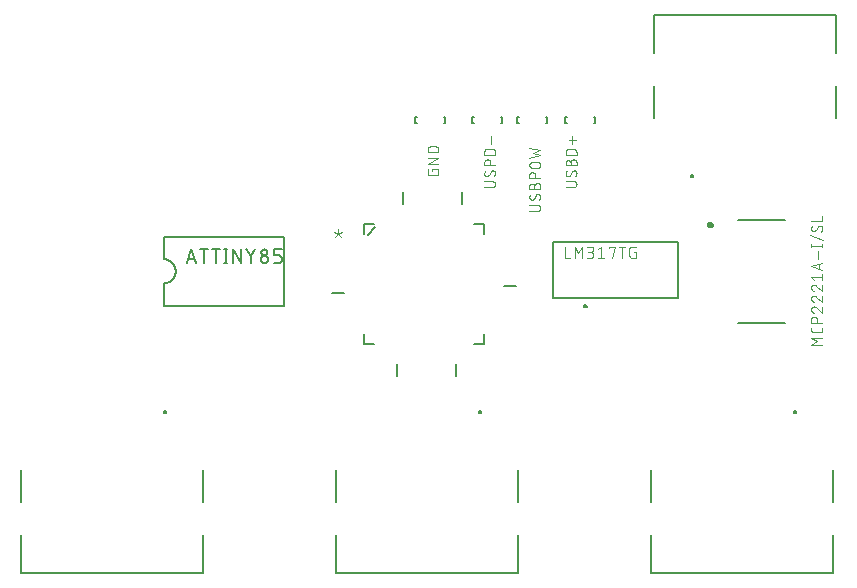
<source format=gto>
G04 EAGLE Gerber RS-274X export*
G75*
%MOMM*%
%FSLAX34Y34*%
%LPD*%
%INSilkscreen Top*%
%IPPOS*%
%AMOC8*
5,1,8,0,0,1.08239X$1,22.5*%
G01*
%ADD10C,0.076200*%
%ADD11C,0.152400*%
%ADD12C,0.101600*%
%ADD13C,0.127000*%
%ADD14C,0.200000*%
%ADD15C,0.300000*%


D10*
X499619Y210381D02*
X490221Y210381D01*
X495442Y213514D01*
X490221Y216646D01*
X499619Y216646D01*
X499619Y223024D02*
X499619Y225113D01*
X499619Y223024D02*
X499617Y222935D01*
X499611Y222847D01*
X499602Y222759D01*
X499589Y222671D01*
X499572Y222584D01*
X499552Y222498D01*
X499527Y222413D01*
X499500Y222328D01*
X499468Y222245D01*
X499434Y222164D01*
X499395Y222084D01*
X499354Y222006D01*
X499309Y221929D01*
X499261Y221855D01*
X499210Y221782D01*
X499156Y221712D01*
X499098Y221645D01*
X499038Y221579D01*
X498976Y221517D01*
X498910Y221457D01*
X498843Y221399D01*
X498773Y221345D01*
X498700Y221294D01*
X498626Y221246D01*
X498549Y221201D01*
X498471Y221160D01*
X498391Y221121D01*
X498310Y221087D01*
X498227Y221055D01*
X498142Y221028D01*
X498057Y221003D01*
X497971Y220983D01*
X497884Y220966D01*
X497796Y220953D01*
X497708Y220944D01*
X497620Y220938D01*
X497531Y220936D01*
X492309Y220936D01*
X492309Y220935D02*
X492218Y220937D01*
X492127Y220943D01*
X492036Y220953D01*
X491946Y220967D01*
X491857Y220985D01*
X491768Y221006D01*
X491681Y221032D01*
X491595Y221061D01*
X491510Y221094D01*
X491426Y221131D01*
X491344Y221171D01*
X491265Y221215D01*
X491187Y221262D01*
X491111Y221313D01*
X491037Y221367D01*
X490966Y221424D01*
X490898Y221484D01*
X490832Y221547D01*
X490769Y221613D01*
X490709Y221681D01*
X490652Y221752D01*
X490598Y221826D01*
X490547Y221902D01*
X490500Y221979D01*
X490456Y222059D01*
X490416Y222141D01*
X490379Y222225D01*
X490346Y222309D01*
X490317Y222396D01*
X490291Y222483D01*
X490270Y222572D01*
X490252Y222661D01*
X490238Y222751D01*
X490228Y222842D01*
X490222Y222933D01*
X490220Y223024D01*
X490221Y223024D02*
X490221Y225113D01*
X490221Y229017D02*
X499619Y229017D01*
X490221Y229017D02*
X490221Y231628D01*
X490223Y231729D01*
X490229Y231830D01*
X490239Y231931D01*
X490252Y232031D01*
X490270Y232131D01*
X490291Y232230D01*
X490317Y232328D01*
X490346Y232425D01*
X490378Y232521D01*
X490415Y232615D01*
X490455Y232708D01*
X490499Y232800D01*
X490546Y232889D01*
X490597Y232977D01*
X490651Y233063D01*
X490708Y233146D01*
X490768Y233228D01*
X490832Y233306D01*
X490898Y233383D01*
X490968Y233456D01*
X491040Y233527D01*
X491115Y233595D01*
X491193Y233660D01*
X491273Y233722D01*
X491355Y233781D01*
X491440Y233837D01*
X491527Y233889D01*
X491615Y233938D01*
X491706Y233984D01*
X491798Y234025D01*
X491892Y234064D01*
X491987Y234098D01*
X492083Y234129D01*
X492181Y234156D01*
X492279Y234180D01*
X492379Y234199D01*
X492479Y234215D01*
X492579Y234227D01*
X492680Y234235D01*
X492781Y234239D01*
X492883Y234239D01*
X492984Y234235D01*
X493085Y234227D01*
X493185Y234215D01*
X493285Y234199D01*
X493385Y234180D01*
X493483Y234156D01*
X493581Y234129D01*
X493677Y234098D01*
X493772Y234064D01*
X493866Y234025D01*
X493958Y233984D01*
X494049Y233938D01*
X494138Y233889D01*
X494224Y233837D01*
X494309Y233781D01*
X494391Y233722D01*
X494471Y233660D01*
X494549Y233595D01*
X494624Y233527D01*
X494696Y233456D01*
X494766Y233383D01*
X494832Y233306D01*
X494896Y233228D01*
X494956Y233146D01*
X495013Y233063D01*
X495067Y232977D01*
X495118Y232889D01*
X495165Y232800D01*
X495209Y232708D01*
X495249Y232615D01*
X495286Y232521D01*
X495318Y232425D01*
X495347Y232328D01*
X495373Y232230D01*
X495394Y232131D01*
X495412Y232031D01*
X495425Y231931D01*
X495435Y231830D01*
X495441Y231729D01*
X495443Y231628D01*
X495442Y231628D02*
X495442Y229017D01*
X490221Y240597D02*
X490223Y240692D01*
X490229Y240786D01*
X490238Y240880D01*
X490251Y240974D01*
X490268Y241067D01*
X490289Y241159D01*
X490314Y241251D01*
X490342Y241341D01*
X490374Y241430D01*
X490409Y241518D01*
X490448Y241604D01*
X490490Y241689D01*
X490536Y241772D01*
X490585Y241853D01*
X490637Y241932D01*
X490692Y242009D01*
X490751Y242083D01*
X490812Y242155D01*
X490876Y242225D01*
X490943Y242292D01*
X491013Y242356D01*
X491085Y242417D01*
X491159Y242476D01*
X491236Y242531D01*
X491315Y242583D01*
X491396Y242632D01*
X491479Y242678D01*
X491564Y242720D01*
X491650Y242759D01*
X491738Y242794D01*
X491827Y242826D01*
X491917Y242854D01*
X492009Y242879D01*
X492101Y242900D01*
X492194Y242917D01*
X492288Y242930D01*
X492382Y242939D01*
X492476Y242945D01*
X492571Y242947D01*
X490221Y240597D02*
X490223Y240489D01*
X490229Y240380D01*
X490239Y240272D01*
X490252Y240165D01*
X490270Y240058D01*
X490291Y239951D01*
X490316Y239846D01*
X490345Y239741D01*
X490377Y239638D01*
X490414Y239536D01*
X490454Y239435D01*
X490497Y239336D01*
X490544Y239238D01*
X490595Y239142D01*
X490649Y239048D01*
X490706Y238956D01*
X490767Y238866D01*
X490831Y238778D01*
X490897Y238693D01*
X490967Y238610D01*
X491040Y238530D01*
X491116Y238452D01*
X491194Y238377D01*
X491275Y238305D01*
X491359Y238236D01*
X491445Y238170D01*
X491533Y238107D01*
X491624Y238048D01*
X491716Y237991D01*
X491811Y237938D01*
X491908Y237889D01*
X492006Y237843D01*
X492105Y237800D01*
X492207Y237761D01*
X492309Y237726D01*
X494399Y242164D02*
X494330Y242233D01*
X494259Y242299D01*
X494186Y242363D01*
X494110Y242424D01*
X494031Y242482D01*
X493951Y242536D01*
X493868Y242588D01*
X493784Y242636D01*
X493698Y242682D01*
X493610Y242723D01*
X493520Y242762D01*
X493429Y242797D01*
X493337Y242828D01*
X493244Y242856D01*
X493150Y242880D01*
X493055Y242900D01*
X492959Y242917D01*
X492862Y242930D01*
X492765Y242939D01*
X492668Y242945D01*
X492571Y242947D01*
X494398Y242163D02*
X499619Y237725D01*
X499619Y242946D01*
X492571Y252091D02*
X492476Y252089D01*
X492382Y252083D01*
X492288Y252074D01*
X492194Y252061D01*
X492101Y252044D01*
X492009Y252023D01*
X491917Y251998D01*
X491827Y251970D01*
X491738Y251938D01*
X491650Y251903D01*
X491564Y251864D01*
X491479Y251822D01*
X491396Y251776D01*
X491315Y251727D01*
X491236Y251675D01*
X491159Y251620D01*
X491085Y251561D01*
X491013Y251500D01*
X490943Y251436D01*
X490876Y251369D01*
X490812Y251299D01*
X490751Y251227D01*
X490692Y251153D01*
X490637Y251076D01*
X490585Y250997D01*
X490536Y250916D01*
X490490Y250833D01*
X490448Y250748D01*
X490409Y250662D01*
X490374Y250574D01*
X490342Y250485D01*
X490314Y250395D01*
X490289Y250303D01*
X490268Y250211D01*
X490251Y250118D01*
X490238Y250024D01*
X490229Y249930D01*
X490223Y249836D01*
X490221Y249741D01*
X490223Y249633D01*
X490229Y249524D01*
X490239Y249416D01*
X490252Y249309D01*
X490270Y249202D01*
X490291Y249095D01*
X490316Y248990D01*
X490345Y248885D01*
X490377Y248782D01*
X490414Y248680D01*
X490454Y248579D01*
X490497Y248480D01*
X490544Y248382D01*
X490595Y248286D01*
X490649Y248192D01*
X490706Y248100D01*
X490767Y248010D01*
X490831Y247922D01*
X490897Y247837D01*
X490967Y247754D01*
X491040Y247674D01*
X491116Y247596D01*
X491194Y247521D01*
X491275Y247449D01*
X491359Y247380D01*
X491445Y247314D01*
X491533Y247251D01*
X491624Y247192D01*
X491716Y247135D01*
X491811Y247082D01*
X491908Y247033D01*
X492006Y246987D01*
X492105Y246944D01*
X492207Y246905D01*
X492309Y246870D01*
X494399Y251308D02*
X494330Y251377D01*
X494259Y251443D01*
X494186Y251507D01*
X494110Y251568D01*
X494031Y251626D01*
X493951Y251680D01*
X493868Y251732D01*
X493784Y251780D01*
X493698Y251826D01*
X493610Y251867D01*
X493520Y251906D01*
X493429Y251941D01*
X493337Y251972D01*
X493244Y252000D01*
X493150Y252024D01*
X493055Y252044D01*
X492959Y252061D01*
X492862Y252074D01*
X492765Y252083D01*
X492668Y252089D01*
X492571Y252091D01*
X494398Y251307D02*
X499619Y246869D01*
X499619Y252090D01*
X492571Y261235D02*
X492476Y261233D01*
X492382Y261227D01*
X492288Y261218D01*
X492194Y261205D01*
X492101Y261188D01*
X492009Y261167D01*
X491917Y261142D01*
X491827Y261114D01*
X491738Y261082D01*
X491650Y261047D01*
X491564Y261008D01*
X491479Y260966D01*
X491396Y260920D01*
X491315Y260871D01*
X491236Y260819D01*
X491159Y260764D01*
X491085Y260705D01*
X491013Y260644D01*
X490943Y260580D01*
X490876Y260513D01*
X490812Y260443D01*
X490751Y260371D01*
X490692Y260297D01*
X490637Y260220D01*
X490585Y260141D01*
X490536Y260060D01*
X490490Y259977D01*
X490448Y259892D01*
X490409Y259806D01*
X490374Y259718D01*
X490342Y259629D01*
X490314Y259539D01*
X490289Y259447D01*
X490268Y259355D01*
X490251Y259262D01*
X490238Y259168D01*
X490229Y259074D01*
X490223Y258980D01*
X490221Y258885D01*
X490223Y258777D01*
X490229Y258668D01*
X490239Y258560D01*
X490252Y258453D01*
X490270Y258346D01*
X490291Y258239D01*
X490316Y258134D01*
X490345Y258029D01*
X490377Y257926D01*
X490414Y257824D01*
X490454Y257723D01*
X490497Y257624D01*
X490544Y257526D01*
X490595Y257430D01*
X490649Y257336D01*
X490706Y257244D01*
X490767Y257154D01*
X490831Y257066D01*
X490897Y256981D01*
X490967Y256898D01*
X491040Y256818D01*
X491116Y256740D01*
X491194Y256665D01*
X491275Y256593D01*
X491359Y256524D01*
X491445Y256458D01*
X491533Y256395D01*
X491624Y256336D01*
X491716Y256279D01*
X491811Y256226D01*
X491908Y256177D01*
X492006Y256131D01*
X492105Y256088D01*
X492207Y256049D01*
X492309Y256014D01*
X494399Y260452D02*
X494330Y260521D01*
X494259Y260587D01*
X494186Y260651D01*
X494110Y260712D01*
X494031Y260770D01*
X493951Y260824D01*
X493868Y260876D01*
X493784Y260924D01*
X493698Y260970D01*
X493610Y261011D01*
X493520Y261050D01*
X493429Y261085D01*
X493337Y261116D01*
X493244Y261144D01*
X493150Y261168D01*
X493055Y261188D01*
X492959Y261205D01*
X492862Y261218D01*
X492765Y261227D01*
X492668Y261233D01*
X492571Y261235D01*
X494398Y260451D02*
X499619Y256013D01*
X499619Y261234D01*
X492309Y265157D02*
X490221Y267768D01*
X499619Y267768D01*
X499619Y270378D02*
X499619Y265157D01*
X499619Y273779D02*
X490221Y276912D01*
X499619Y280044D01*
X497270Y279261D02*
X497270Y274562D01*
X495964Y283533D02*
X495964Y289798D01*
X499619Y294590D02*
X490221Y294590D01*
X499619Y293546D02*
X499619Y295634D01*
X490221Y295634D02*
X490221Y293546D01*
X489177Y303079D02*
X500663Y298902D01*
X499619Y309438D02*
X499617Y309527D01*
X499611Y309615D01*
X499602Y309703D01*
X499589Y309791D01*
X499572Y309878D01*
X499552Y309964D01*
X499527Y310049D01*
X499500Y310134D01*
X499468Y310217D01*
X499434Y310298D01*
X499395Y310378D01*
X499354Y310456D01*
X499309Y310533D01*
X499261Y310607D01*
X499210Y310680D01*
X499156Y310750D01*
X499098Y310817D01*
X499038Y310883D01*
X498976Y310945D01*
X498910Y311005D01*
X498843Y311063D01*
X498773Y311117D01*
X498700Y311168D01*
X498626Y311216D01*
X498549Y311261D01*
X498471Y311302D01*
X498391Y311341D01*
X498310Y311375D01*
X498227Y311407D01*
X498142Y311434D01*
X498057Y311459D01*
X497971Y311479D01*
X497884Y311496D01*
X497796Y311509D01*
X497708Y311518D01*
X497620Y311524D01*
X497531Y311526D01*
X499619Y309438D02*
X499617Y309309D01*
X499611Y309180D01*
X499602Y309051D01*
X499589Y308923D01*
X499572Y308795D01*
X499551Y308668D01*
X499527Y308541D01*
X499499Y308415D01*
X499467Y308290D01*
X499432Y308166D01*
X499393Y308043D01*
X499350Y307921D01*
X499304Y307801D01*
X499254Y307682D01*
X499201Y307564D01*
X499145Y307448D01*
X499085Y307334D01*
X499022Y307221D01*
X498955Y307111D01*
X498886Y307002D01*
X498813Y306896D01*
X498737Y306791D01*
X498658Y306689D01*
X498576Y306590D01*
X498492Y306492D01*
X498404Y306397D01*
X498314Y306305D01*
X492309Y306567D02*
X492220Y306569D01*
X492132Y306575D01*
X492044Y306584D01*
X491956Y306597D01*
X491869Y306614D01*
X491783Y306634D01*
X491698Y306659D01*
X491613Y306686D01*
X491530Y306718D01*
X491449Y306752D01*
X491369Y306791D01*
X491291Y306832D01*
X491214Y306877D01*
X491140Y306925D01*
X491067Y306976D01*
X490997Y307030D01*
X490930Y307088D01*
X490864Y307148D01*
X490802Y307210D01*
X490742Y307276D01*
X490684Y307343D01*
X490630Y307413D01*
X490579Y307486D01*
X490531Y307560D01*
X490486Y307637D01*
X490445Y307715D01*
X490406Y307795D01*
X490372Y307876D01*
X490340Y307959D01*
X490313Y308044D01*
X490288Y308129D01*
X490268Y308215D01*
X490251Y308302D01*
X490238Y308390D01*
X490229Y308478D01*
X490223Y308566D01*
X490221Y308655D01*
X490223Y308775D01*
X490228Y308895D01*
X490238Y309014D01*
X490250Y309134D01*
X490267Y309253D01*
X490287Y309371D01*
X490311Y309489D01*
X490338Y309605D01*
X490369Y309721D01*
X490403Y309836D01*
X490441Y309950D01*
X490483Y310063D01*
X490528Y310174D01*
X490576Y310284D01*
X490627Y310392D01*
X490682Y310499D01*
X490740Y310604D01*
X490802Y310707D01*
X490866Y310808D01*
X490934Y310908D01*
X491004Y311005D01*
X494136Y307610D02*
X494088Y307532D01*
X494036Y307456D01*
X493982Y307383D01*
X493924Y307312D01*
X493863Y307243D01*
X493799Y307177D01*
X493732Y307114D01*
X493663Y307054D01*
X493591Y306997D01*
X493517Y306943D01*
X493440Y306893D01*
X493361Y306845D01*
X493281Y306802D01*
X493198Y306761D01*
X493114Y306725D01*
X493029Y306692D01*
X492942Y306663D01*
X492853Y306637D01*
X492764Y306615D01*
X492674Y306598D01*
X492584Y306584D01*
X492492Y306574D01*
X492401Y306568D01*
X492309Y306566D01*
X495704Y310482D02*
X495752Y310560D01*
X495804Y310636D01*
X495858Y310709D01*
X495916Y310780D01*
X495977Y310849D01*
X496041Y310915D01*
X496108Y310978D01*
X496177Y311038D01*
X496249Y311095D01*
X496323Y311149D01*
X496400Y311199D01*
X496479Y311247D01*
X496559Y311290D01*
X496642Y311331D01*
X496726Y311367D01*
X496811Y311400D01*
X496898Y311429D01*
X496987Y311455D01*
X497076Y311477D01*
X497166Y311494D01*
X497256Y311508D01*
X497348Y311518D01*
X497439Y311524D01*
X497531Y311526D01*
X495703Y310482D02*
X494137Y307610D01*
X490221Y315467D02*
X499619Y315467D01*
X499619Y319643D01*
D11*
X155100Y398160D02*
X155100Y403240D01*
X180500Y403240D02*
X180500Y398160D01*
X180500Y403240D02*
X179230Y403240D01*
X179230Y398160D02*
X180500Y398160D01*
X156370Y398160D02*
X155100Y398160D01*
X155100Y403240D02*
X156370Y403240D01*
D12*
X169512Y358988D02*
X169512Y357464D01*
X169512Y358988D02*
X174592Y358988D01*
X174592Y355940D01*
X174590Y355851D01*
X174584Y355763D01*
X174575Y355675D01*
X174561Y355587D01*
X174544Y355500D01*
X174523Y355414D01*
X174498Y355329D01*
X174469Y355245D01*
X174437Y355162D01*
X174402Y355081D01*
X174362Y355002D01*
X174320Y354924D01*
X174274Y354848D01*
X174225Y354774D01*
X174172Y354703D01*
X174117Y354634D01*
X174058Y354567D01*
X173997Y354503D01*
X173933Y354442D01*
X173866Y354383D01*
X173797Y354328D01*
X173726Y354275D01*
X173652Y354226D01*
X173576Y354180D01*
X173498Y354138D01*
X173419Y354098D01*
X173338Y354063D01*
X173255Y354031D01*
X173171Y354002D01*
X173086Y353977D01*
X173000Y353956D01*
X172913Y353939D01*
X172825Y353925D01*
X172737Y353916D01*
X172649Y353910D01*
X172560Y353908D01*
X167480Y353908D01*
X167391Y353910D01*
X167303Y353916D01*
X167215Y353925D01*
X167127Y353939D01*
X167040Y353956D01*
X166954Y353977D01*
X166869Y354002D01*
X166785Y354031D01*
X166702Y354063D01*
X166621Y354098D01*
X166542Y354138D01*
X166464Y354180D01*
X166388Y354226D01*
X166314Y354275D01*
X166243Y354328D01*
X166174Y354383D01*
X166107Y354442D01*
X166043Y354503D01*
X165982Y354567D01*
X165923Y354634D01*
X165868Y354703D01*
X165815Y354774D01*
X165766Y354848D01*
X165720Y354924D01*
X165678Y355002D01*
X165638Y355081D01*
X165603Y355162D01*
X165571Y355245D01*
X165542Y355329D01*
X165517Y355414D01*
X165496Y355500D01*
X165479Y355587D01*
X165465Y355675D01*
X165456Y355763D01*
X165450Y355851D01*
X165448Y355940D01*
X165448Y358988D01*
X165448Y363662D02*
X174592Y363662D01*
X174592Y368742D02*
X165448Y363662D01*
X165448Y368742D02*
X174592Y368742D01*
X174592Y373415D02*
X165448Y373415D01*
X165448Y375955D01*
X165450Y376055D01*
X165456Y376154D01*
X165466Y376254D01*
X165479Y376352D01*
X165497Y376451D01*
X165518Y376548D01*
X165543Y376644D01*
X165572Y376740D01*
X165605Y376834D01*
X165641Y376927D01*
X165681Y377018D01*
X165725Y377108D01*
X165772Y377196D01*
X165822Y377282D01*
X165876Y377366D01*
X165933Y377448D01*
X165993Y377527D01*
X166057Y377605D01*
X166123Y377679D01*
X166192Y377751D01*
X166264Y377820D01*
X166338Y377886D01*
X166416Y377950D01*
X166495Y378010D01*
X166577Y378067D01*
X166661Y378121D01*
X166747Y378171D01*
X166835Y378218D01*
X166925Y378262D01*
X167016Y378302D01*
X167109Y378338D01*
X167203Y378371D01*
X167299Y378400D01*
X167395Y378425D01*
X167492Y378446D01*
X167591Y378464D01*
X167689Y378477D01*
X167789Y378487D01*
X167888Y378493D01*
X167988Y378495D01*
X172052Y378495D01*
X172152Y378493D01*
X172251Y378487D01*
X172351Y378477D01*
X172449Y378464D01*
X172548Y378446D01*
X172645Y378425D01*
X172741Y378400D01*
X172837Y378371D01*
X172931Y378338D01*
X173024Y378302D01*
X173115Y378262D01*
X173205Y378218D01*
X173293Y378171D01*
X173379Y378121D01*
X173463Y378067D01*
X173545Y378010D01*
X173624Y377950D01*
X173702Y377886D01*
X173776Y377820D01*
X173848Y377751D01*
X173917Y377679D01*
X173983Y377605D01*
X174047Y377527D01*
X174107Y377448D01*
X174164Y377366D01*
X174218Y377282D01*
X174268Y377196D01*
X174315Y377108D01*
X174359Y377018D01*
X174399Y376927D01*
X174435Y376834D01*
X174468Y376740D01*
X174497Y376644D01*
X174522Y376548D01*
X174543Y376451D01*
X174561Y376352D01*
X174574Y376254D01*
X174584Y376154D01*
X174590Y376055D01*
X174592Y375955D01*
X174592Y373415D01*
D13*
X508800Y104100D02*
X508800Y77500D01*
X508800Y49500D02*
X508800Y17100D01*
X354800Y77500D02*
X354800Y104100D01*
X354800Y49500D02*
X354800Y17100D01*
X508800Y17100D01*
D14*
X475800Y153700D02*
X475802Y153763D01*
X475808Y153825D01*
X475818Y153887D01*
X475831Y153949D01*
X475849Y154009D01*
X475870Y154068D01*
X475895Y154126D01*
X475924Y154182D01*
X475956Y154236D01*
X475991Y154288D01*
X476029Y154337D01*
X476071Y154385D01*
X476115Y154429D01*
X476163Y154471D01*
X476212Y154509D01*
X476264Y154544D01*
X476318Y154576D01*
X476374Y154605D01*
X476432Y154630D01*
X476491Y154651D01*
X476551Y154669D01*
X476613Y154682D01*
X476675Y154692D01*
X476737Y154698D01*
X476800Y154700D01*
X476863Y154698D01*
X476925Y154692D01*
X476987Y154682D01*
X477049Y154669D01*
X477109Y154651D01*
X477168Y154630D01*
X477226Y154605D01*
X477282Y154576D01*
X477336Y154544D01*
X477388Y154509D01*
X477437Y154471D01*
X477485Y154429D01*
X477529Y154385D01*
X477571Y154337D01*
X477609Y154288D01*
X477644Y154236D01*
X477676Y154182D01*
X477705Y154126D01*
X477730Y154068D01*
X477751Y154009D01*
X477769Y153949D01*
X477782Y153887D01*
X477792Y153825D01*
X477798Y153763D01*
X477800Y153700D01*
X477798Y153637D01*
X477792Y153575D01*
X477782Y153513D01*
X477769Y153451D01*
X477751Y153391D01*
X477730Y153332D01*
X477705Y153274D01*
X477676Y153218D01*
X477644Y153164D01*
X477609Y153112D01*
X477571Y153063D01*
X477529Y153015D01*
X477485Y152971D01*
X477437Y152929D01*
X477388Y152891D01*
X477336Y152856D01*
X477282Y152824D01*
X477226Y152795D01*
X477168Y152770D01*
X477109Y152749D01*
X477049Y152731D01*
X476987Y152718D01*
X476925Y152708D01*
X476863Y152702D01*
X476800Y152700D01*
X476737Y152702D01*
X476675Y152708D01*
X476613Y152718D01*
X476551Y152731D01*
X476491Y152749D01*
X476432Y152770D01*
X476374Y152795D01*
X476318Y152824D01*
X476264Y152856D01*
X476212Y152891D01*
X476163Y152929D01*
X476115Y152971D01*
X476071Y153015D01*
X476029Y153063D01*
X475991Y153112D01*
X475956Y153164D01*
X475924Y153218D01*
X475895Y153274D01*
X475870Y153332D01*
X475849Y153391D01*
X475831Y153451D01*
X475818Y153513D01*
X475808Y153575D01*
X475802Y153637D01*
X475800Y153700D01*
D13*
X357500Y402800D02*
X357500Y429400D01*
X357500Y457400D02*
X357500Y489800D01*
X511500Y429400D02*
X511500Y402800D01*
X511500Y457400D02*
X511500Y489800D01*
X357500Y489800D01*
D14*
X388500Y353200D02*
X388502Y353263D01*
X388508Y353325D01*
X388518Y353387D01*
X388531Y353449D01*
X388549Y353509D01*
X388570Y353568D01*
X388595Y353626D01*
X388624Y353682D01*
X388656Y353736D01*
X388691Y353788D01*
X388729Y353837D01*
X388771Y353885D01*
X388815Y353929D01*
X388863Y353971D01*
X388912Y354009D01*
X388964Y354044D01*
X389018Y354076D01*
X389074Y354105D01*
X389132Y354130D01*
X389191Y354151D01*
X389251Y354169D01*
X389313Y354182D01*
X389375Y354192D01*
X389437Y354198D01*
X389500Y354200D01*
X389563Y354198D01*
X389625Y354192D01*
X389687Y354182D01*
X389749Y354169D01*
X389809Y354151D01*
X389868Y354130D01*
X389926Y354105D01*
X389982Y354076D01*
X390036Y354044D01*
X390088Y354009D01*
X390137Y353971D01*
X390185Y353929D01*
X390229Y353885D01*
X390271Y353837D01*
X390309Y353788D01*
X390344Y353736D01*
X390376Y353682D01*
X390405Y353626D01*
X390430Y353568D01*
X390451Y353509D01*
X390469Y353449D01*
X390482Y353387D01*
X390492Y353325D01*
X390498Y353263D01*
X390500Y353200D01*
X390498Y353137D01*
X390492Y353075D01*
X390482Y353013D01*
X390469Y352951D01*
X390451Y352891D01*
X390430Y352832D01*
X390405Y352774D01*
X390376Y352718D01*
X390344Y352664D01*
X390309Y352612D01*
X390271Y352563D01*
X390229Y352515D01*
X390185Y352471D01*
X390137Y352429D01*
X390088Y352391D01*
X390036Y352356D01*
X389982Y352324D01*
X389926Y352295D01*
X389868Y352270D01*
X389809Y352249D01*
X389749Y352231D01*
X389687Y352218D01*
X389625Y352208D01*
X389563Y352202D01*
X389500Y352200D01*
X389437Y352202D01*
X389375Y352208D01*
X389313Y352218D01*
X389251Y352231D01*
X389191Y352249D01*
X389132Y352270D01*
X389074Y352295D01*
X389018Y352324D01*
X388964Y352356D01*
X388912Y352391D01*
X388863Y352429D01*
X388815Y352471D01*
X388771Y352515D01*
X388729Y352563D01*
X388691Y352612D01*
X388656Y352664D01*
X388624Y352718D01*
X388595Y352774D01*
X388570Y352832D01*
X388549Y352891D01*
X388531Y352951D01*
X388518Y353013D01*
X388508Y353075D01*
X388502Y353137D01*
X388500Y353200D01*
D13*
X-24600Y104100D02*
X-24600Y77500D01*
X-24600Y49500D02*
X-24600Y17100D01*
X-178600Y77500D02*
X-178600Y104100D01*
X-178600Y49500D02*
X-178600Y17100D01*
X-24600Y17100D01*
D14*
X-57600Y153700D02*
X-57598Y153763D01*
X-57592Y153825D01*
X-57582Y153887D01*
X-57569Y153949D01*
X-57551Y154009D01*
X-57530Y154068D01*
X-57505Y154126D01*
X-57476Y154182D01*
X-57444Y154236D01*
X-57409Y154288D01*
X-57371Y154337D01*
X-57329Y154385D01*
X-57285Y154429D01*
X-57237Y154471D01*
X-57188Y154509D01*
X-57136Y154544D01*
X-57082Y154576D01*
X-57026Y154605D01*
X-56968Y154630D01*
X-56909Y154651D01*
X-56849Y154669D01*
X-56787Y154682D01*
X-56725Y154692D01*
X-56663Y154698D01*
X-56600Y154700D01*
X-56537Y154698D01*
X-56475Y154692D01*
X-56413Y154682D01*
X-56351Y154669D01*
X-56291Y154651D01*
X-56232Y154630D01*
X-56174Y154605D01*
X-56118Y154576D01*
X-56064Y154544D01*
X-56012Y154509D01*
X-55963Y154471D01*
X-55915Y154429D01*
X-55871Y154385D01*
X-55829Y154337D01*
X-55791Y154288D01*
X-55756Y154236D01*
X-55724Y154182D01*
X-55695Y154126D01*
X-55670Y154068D01*
X-55649Y154009D01*
X-55631Y153949D01*
X-55618Y153887D01*
X-55608Y153825D01*
X-55602Y153763D01*
X-55600Y153700D01*
X-55602Y153637D01*
X-55608Y153575D01*
X-55618Y153513D01*
X-55631Y153451D01*
X-55649Y153391D01*
X-55670Y153332D01*
X-55695Y153274D01*
X-55724Y153218D01*
X-55756Y153164D01*
X-55791Y153112D01*
X-55829Y153063D01*
X-55871Y153015D01*
X-55915Y152971D01*
X-55963Y152929D01*
X-56012Y152891D01*
X-56064Y152856D01*
X-56118Y152824D01*
X-56174Y152795D01*
X-56232Y152770D01*
X-56291Y152749D01*
X-56351Y152731D01*
X-56413Y152718D01*
X-56475Y152708D01*
X-56537Y152702D01*
X-56600Y152700D01*
X-56663Y152702D01*
X-56725Y152708D01*
X-56787Y152718D01*
X-56849Y152731D01*
X-56909Y152749D01*
X-56968Y152770D01*
X-57026Y152795D01*
X-57082Y152824D01*
X-57136Y152856D01*
X-57188Y152891D01*
X-57237Y152929D01*
X-57285Y152971D01*
X-57329Y153015D01*
X-57371Y153063D01*
X-57409Y153112D01*
X-57444Y153164D01*
X-57476Y153218D01*
X-57505Y153274D01*
X-57530Y153332D01*
X-57551Y153391D01*
X-57569Y153451D01*
X-57582Y153513D01*
X-57592Y153575D01*
X-57598Y153637D01*
X-57600Y153700D01*
D13*
X242100Y104100D02*
X242100Y77500D01*
X242100Y49500D02*
X242100Y17100D01*
X88100Y77500D02*
X88100Y104100D01*
X88100Y49500D02*
X88100Y17100D01*
X242100Y17100D01*
D14*
X209100Y153700D02*
X209102Y153763D01*
X209108Y153825D01*
X209118Y153887D01*
X209131Y153949D01*
X209149Y154009D01*
X209170Y154068D01*
X209195Y154126D01*
X209224Y154182D01*
X209256Y154236D01*
X209291Y154288D01*
X209329Y154337D01*
X209371Y154385D01*
X209415Y154429D01*
X209463Y154471D01*
X209512Y154509D01*
X209564Y154544D01*
X209618Y154576D01*
X209674Y154605D01*
X209732Y154630D01*
X209791Y154651D01*
X209851Y154669D01*
X209913Y154682D01*
X209975Y154692D01*
X210037Y154698D01*
X210100Y154700D01*
X210163Y154698D01*
X210225Y154692D01*
X210287Y154682D01*
X210349Y154669D01*
X210409Y154651D01*
X210468Y154630D01*
X210526Y154605D01*
X210582Y154576D01*
X210636Y154544D01*
X210688Y154509D01*
X210737Y154471D01*
X210785Y154429D01*
X210829Y154385D01*
X210871Y154337D01*
X210909Y154288D01*
X210944Y154236D01*
X210976Y154182D01*
X211005Y154126D01*
X211030Y154068D01*
X211051Y154009D01*
X211069Y153949D01*
X211082Y153887D01*
X211092Y153825D01*
X211098Y153763D01*
X211100Y153700D01*
X211098Y153637D01*
X211092Y153575D01*
X211082Y153513D01*
X211069Y153451D01*
X211051Y153391D01*
X211030Y153332D01*
X211005Y153274D01*
X210976Y153218D01*
X210944Y153164D01*
X210909Y153112D01*
X210871Y153063D01*
X210829Y153015D01*
X210785Y152971D01*
X210737Y152929D01*
X210688Y152891D01*
X210636Y152856D01*
X210582Y152824D01*
X210526Y152795D01*
X210468Y152770D01*
X210409Y152749D01*
X210349Y152731D01*
X210287Y152718D01*
X210225Y152708D01*
X210163Y152702D01*
X210100Y152700D01*
X210037Y152702D01*
X209975Y152708D01*
X209913Y152718D01*
X209851Y152731D01*
X209791Y152749D01*
X209732Y152770D01*
X209674Y152795D01*
X209618Y152824D01*
X209564Y152856D01*
X209512Y152891D01*
X209463Y152929D01*
X209415Y152971D01*
X209371Y153015D01*
X209329Y153063D01*
X209291Y153112D01*
X209256Y153164D01*
X209224Y153218D01*
X209195Y153274D01*
X209170Y153332D01*
X209149Y153391D01*
X209131Y153451D01*
X209118Y153513D01*
X209108Y153575D01*
X209102Y153637D01*
X209100Y153700D01*
D11*
X94582Y254734D02*
X84422Y254734D01*
X144874Y329918D02*
X144874Y340078D01*
X194912Y340078D02*
X194912Y329918D01*
X230218Y260068D02*
X240378Y260068D01*
X189832Y194536D02*
X189832Y184376D01*
X139794Y184122D02*
X139794Y194282D01*
X120236Y313154D02*
X111346Y313154D01*
X114648Y303502D02*
X120998Y309852D01*
X120236Y211046D02*
X111346Y211046D01*
X213454Y211046D02*
X213454Y219936D01*
X213454Y313154D02*
X204564Y313154D01*
X111346Y313154D02*
X111346Y304264D01*
X111346Y219936D02*
X111346Y211046D01*
X204564Y211046D02*
X213454Y211046D01*
X213454Y304264D02*
X213454Y313154D01*
D10*
X89721Y308441D02*
X89721Y304462D01*
X92042Y301477D01*
X89721Y304462D02*
X87399Y301477D01*
X89721Y304462D02*
X93368Y305788D01*
X89721Y304462D02*
X86073Y305788D01*
D11*
X43700Y302110D02*
X-57900Y302110D01*
X-57900Y243690D02*
X43700Y243690D01*
X43700Y302110D01*
X-57900Y302110D02*
X-57900Y283060D01*
X-57900Y262740D02*
X-57900Y243690D01*
X-57900Y262740D02*
X-57653Y262743D01*
X-57405Y262752D01*
X-57158Y262767D01*
X-56912Y262788D01*
X-56666Y262815D01*
X-56421Y262848D01*
X-56176Y262887D01*
X-55933Y262932D01*
X-55691Y262983D01*
X-55450Y263040D01*
X-55211Y263102D01*
X-54973Y263171D01*
X-54737Y263245D01*
X-54503Y263325D01*
X-54271Y263410D01*
X-54041Y263502D01*
X-53813Y263598D01*
X-53588Y263701D01*
X-53365Y263808D01*
X-53145Y263922D01*
X-52928Y264040D01*
X-52713Y264164D01*
X-52502Y264293D01*
X-52294Y264427D01*
X-52089Y264566D01*
X-51888Y264710D01*
X-51690Y264858D01*
X-51496Y265012D01*
X-51306Y265170D01*
X-51120Y265333D01*
X-50938Y265500D01*
X-50760Y265672D01*
X-50586Y265848D01*
X-50416Y266028D01*
X-50251Y266213D01*
X-50091Y266401D01*
X-49935Y266593D01*
X-49783Y266789D01*
X-49637Y266988D01*
X-49495Y267191D01*
X-49359Y267398D01*
X-49227Y267607D01*
X-49101Y267820D01*
X-48980Y268036D01*
X-48864Y268254D01*
X-48754Y268476D01*
X-48649Y268700D01*
X-48549Y268926D01*
X-48455Y269155D01*
X-48367Y269386D01*
X-48284Y269620D01*
X-48207Y269855D01*
X-48136Y270092D01*
X-48070Y270330D01*
X-48011Y270570D01*
X-47957Y270812D01*
X-47909Y271055D01*
X-47867Y271298D01*
X-47831Y271543D01*
X-47801Y271789D01*
X-47777Y272035D01*
X-47759Y272282D01*
X-47747Y272529D01*
X-47741Y272776D01*
X-47741Y273024D01*
X-47747Y273271D01*
X-47759Y273518D01*
X-47777Y273765D01*
X-47801Y274011D01*
X-47831Y274257D01*
X-47867Y274502D01*
X-47909Y274745D01*
X-47957Y274988D01*
X-48011Y275230D01*
X-48070Y275470D01*
X-48136Y275708D01*
X-48207Y275945D01*
X-48284Y276180D01*
X-48367Y276414D01*
X-48455Y276645D01*
X-48549Y276874D01*
X-48649Y277100D01*
X-48754Y277324D01*
X-48864Y277546D01*
X-48980Y277764D01*
X-49101Y277980D01*
X-49227Y278193D01*
X-49359Y278402D01*
X-49495Y278609D01*
X-49637Y278812D01*
X-49783Y279011D01*
X-49935Y279207D01*
X-50091Y279399D01*
X-50251Y279587D01*
X-50416Y279772D01*
X-50586Y279952D01*
X-50760Y280128D01*
X-50938Y280300D01*
X-51120Y280467D01*
X-51306Y280630D01*
X-51496Y280788D01*
X-51690Y280942D01*
X-51888Y281090D01*
X-52089Y281234D01*
X-52294Y281373D01*
X-52502Y281507D01*
X-52713Y281636D01*
X-52928Y281760D01*
X-53145Y281878D01*
X-53365Y281992D01*
X-53588Y282099D01*
X-53813Y282202D01*
X-54041Y282298D01*
X-54271Y282390D01*
X-54503Y282475D01*
X-54737Y282555D01*
X-54973Y282629D01*
X-55211Y282698D01*
X-55450Y282760D01*
X-55691Y282817D01*
X-55933Y282868D01*
X-56176Y282913D01*
X-56421Y282952D01*
X-56666Y282985D01*
X-56912Y283012D01*
X-57158Y283033D01*
X-57405Y283048D01*
X-57653Y283057D01*
X-57900Y283060D01*
D13*
X-38215Y279885D02*
X-34405Y291315D01*
X-30595Y279885D01*
X-31548Y282743D02*
X-37263Y282743D01*
X-23737Y279885D02*
X-23737Y291315D01*
X-26912Y291315D02*
X-20562Y291315D01*
X-13831Y291315D02*
X-13831Y279885D01*
X-17006Y291315D02*
X-10656Y291315D01*
X-5449Y291315D02*
X-5449Y279885D01*
X-6719Y279885D02*
X-4179Y279885D01*
X-4179Y291315D02*
X-6719Y291315D01*
X901Y291315D02*
X901Y279885D01*
X7251Y279885D02*
X901Y291315D01*
X7251Y291315D02*
X7251Y279885D01*
X15887Y285918D02*
X12077Y291315D01*
X15887Y285918D02*
X19697Y291315D01*
X15887Y285918D02*
X15887Y279885D01*
X24142Y283060D02*
X24144Y283171D01*
X24150Y283281D01*
X24159Y283392D01*
X24173Y283502D01*
X24190Y283611D01*
X24211Y283720D01*
X24236Y283828D01*
X24265Y283935D01*
X24297Y284041D01*
X24333Y284146D01*
X24373Y284249D01*
X24416Y284351D01*
X24463Y284452D01*
X24514Y284551D01*
X24567Y284648D01*
X24624Y284742D01*
X24685Y284835D01*
X24748Y284926D01*
X24815Y285015D01*
X24885Y285101D01*
X24958Y285184D01*
X25033Y285266D01*
X25111Y285344D01*
X25193Y285419D01*
X25276Y285492D01*
X25362Y285562D01*
X25451Y285629D01*
X25542Y285692D01*
X25635Y285753D01*
X25729Y285810D01*
X25826Y285863D01*
X25925Y285914D01*
X26026Y285961D01*
X26128Y286004D01*
X26231Y286044D01*
X26336Y286080D01*
X26442Y286112D01*
X26549Y286141D01*
X26657Y286166D01*
X26766Y286187D01*
X26875Y286204D01*
X26985Y286218D01*
X27096Y286227D01*
X27206Y286233D01*
X27317Y286235D01*
X27428Y286233D01*
X27538Y286227D01*
X27649Y286218D01*
X27759Y286204D01*
X27868Y286187D01*
X27977Y286166D01*
X28085Y286141D01*
X28192Y286112D01*
X28298Y286080D01*
X28403Y286044D01*
X28506Y286004D01*
X28608Y285961D01*
X28709Y285914D01*
X28808Y285863D01*
X28905Y285810D01*
X28999Y285753D01*
X29092Y285692D01*
X29183Y285629D01*
X29272Y285562D01*
X29358Y285492D01*
X29441Y285419D01*
X29523Y285344D01*
X29601Y285266D01*
X29676Y285184D01*
X29749Y285101D01*
X29819Y285015D01*
X29886Y284926D01*
X29949Y284835D01*
X30010Y284742D01*
X30067Y284648D01*
X30120Y284551D01*
X30171Y284452D01*
X30218Y284351D01*
X30261Y284249D01*
X30301Y284146D01*
X30337Y284041D01*
X30369Y283935D01*
X30398Y283828D01*
X30423Y283720D01*
X30444Y283611D01*
X30461Y283502D01*
X30475Y283392D01*
X30484Y283281D01*
X30490Y283171D01*
X30492Y283060D01*
X30490Y282949D01*
X30484Y282839D01*
X30475Y282728D01*
X30461Y282618D01*
X30444Y282509D01*
X30423Y282400D01*
X30398Y282292D01*
X30369Y282185D01*
X30337Y282079D01*
X30301Y281974D01*
X30261Y281871D01*
X30218Y281769D01*
X30171Y281668D01*
X30120Y281569D01*
X30067Y281472D01*
X30010Y281378D01*
X29949Y281285D01*
X29886Y281194D01*
X29819Y281105D01*
X29749Y281019D01*
X29676Y280936D01*
X29601Y280854D01*
X29523Y280776D01*
X29441Y280701D01*
X29358Y280628D01*
X29272Y280558D01*
X29183Y280491D01*
X29092Y280428D01*
X28999Y280367D01*
X28904Y280310D01*
X28808Y280257D01*
X28709Y280206D01*
X28608Y280159D01*
X28506Y280116D01*
X28403Y280076D01*
X28298Y280040D01*
X28192Y280008D01*
X28085Y279979D01*
X27977Y279954D01*
X27868Y279933D01*
X27759Y279916D01*
X27649Y279902D01*
X27538Y279893D01*
X27428Y279887D01*
X27317Y279885D01*
X27206Y279887D01*
X27096Y279893D01*
X26985Y279902D01*
X26875Y279916D01*
X26766Y279933D01*
X26657Y279954D01*
X26549Y279979D01*
X26442Y280008D01*
X26336Y280040D01*
X26231Y280076D01*
X26128Y280116D01*
X26026Y280159D01*
X25925Y280206D01*
X25826Y280257D01*
X25729Y280310D01*
X25635Y280367D01*
X25542Y280428D01*
X25451Y280491D01*
X25362Y280558D01*
X25276Y280628D01*
X25193Y280701D01*
X25111Y280776D01*
X25033Y280854D01*
X24958Y280936D01*
X24885Y281019D01*
X24815Y281105D01*
X24748Y281194D01*
X24685Y281285D01*
X24624Y281378D01*
X24567Y281473D01*
X24514Y281569D01*
X24463Y281668D01*
X24416Y281769D01*
X24373Y281871D01*
X24333Y281974D01*
X24297Y282079D01*
X24265Y282185D01*
X24236Y282292D01*
X24211Y282400D01*
X24190Y282509D01*
X24173Y282618D01*
X24159Y282728D01*
X24150Y282839D01*
X24144Y282949D01*
X24142Y283060D01*
X24777Y288775D02*
X24779Y288875D01*
X24785Y288974D01*
X24795Y289074D01*
X24808Y289172D01*
X24826Y289271D01*
X24847Y289368D01*
X24872Y289464D01*
X24901Y289560D01*
X24934Y289654D01*
X24970Y289747D01*
X25010Y289838D01*
X25054Y289928D01*
X25101Y290016D01*
X25151Y290102D01*
X25205Y290186D01*
X25262Y290268D01*
X25322Y290347D01*
X25386Y290425D01*
X25452Y290499D01*
X25521Y290571D01*
X25593Y290640D01*
X25667Y290706D01*
X25745Y290770D01*
X25824Y290830D01*
X25906Y290887D01*
X25990Y290941D01*
X26076Y290991D01*
X26164Y291038D01*
X26254Y291082D01*
X26345Y291122D01*
X26438Y291158D01*
X26532Y291191D01*
X26628Y291220D01*
X26724Y291245D01*
X26821Y291266D01*
X26920Y291284D01*
X27018Y291297D01*
X27118Y291307D01*
X27217Y291313D01*
X27317Y291315D01*
X27417Y291313D01*
X27516Y291307D01*
X27616Y291297D01*
X27714Y291284D01*
X27813Y291266D01*
X27910Y291245D01*
X28006Y291220D01*
X28102Y291191D01*
X28196Y291158D01*
X28289Y291122D01*
X28380Y291082D01*
X28470Y291038D01*
X28558Y290991D01*
X28644Y290941D01*
X28728Y290887D01*
X28810Y290830D01*
X28889Y290770D01*
X28967Y290706D01*
X29041Y290640D01*
X29113Y290571D01*
X29182Y290499D01*
X29248Y290425D01*
X29312Y290347D01*
X29372Y290268D01*
X29429Y290186D01*
X29483Y290102D01*
X29533Y290016D01*
X29580Y289928D01*
X29624Y289838D01*
X29664Y289747D01*
X29700Y289654D01*
X29733Y289560D01*
X29762Y289464D01*
X29787Y289368D01*
X29808Y289271D01*
X29826Y289172D01*
X29839Y289074D01*
X29849Y288974D01*
X29855Y288875D01*
X29857Y288775D01*
X29855Y288675D01*
X29849Y288576D01*
X29839Y288476D01*
X29826Y288378D01*
X29808Y288279D01*
X29787Y288182D01*
X29762Y288086D01*
X29733Y287990D01*
X29700Y287896D01*
X29664Y287803D01*
X29624Y287712D01*
X29580Y287622D01*
X29533Y287534D01*
X29483Y287448D01*
X29429Y287364D01*
X29372Y287282D01*
X29312Y287203D01*
X29248Y287125D01*
X29182Y287051D01*
X29113Y286979D01*
X29041Y286910D01*
X28967Y286844D01*
X28889Y286780D01*
X28810Y286720D01*
X28728Y286663D01*
X28644Y286609D01*
X28558Y286559D01*
X28470Y286512D01*
X28380Y286468D01*
X28289Y286428D01*
X28196Y286392D01*
X28102Y286359D01*
X28006Y286330D01*
X27910Y286305D01*
X27813Y286284D01*
X27714Y286266D01*
X27616Y286253D01*
X27516Y286243D01*
X27417Y286237D01*
X27317Y286235D01*
X27217Y286237D01*
X27118Y286243D01*
X27018Y286253D01*
X26920Y286266D01*
X26821Y286284D01*
X26724Y286305D01*
X26628Y286330D01*
X26532Y286359D01*
X26438Y286392D01*
X26345Y286428D01*
X26254Y286468D01*
X26164Y286512D01*
X26076Y286559D01*
X25990Y286609D01*
X25906Y286663D01*
X25824Y286720D01*
X25745Y286780D01*
X25667Y286844D01*
X25593Y286910D01*
X25521Y286979D01*
X25452Y287051D01*
X25386Y287125D01*
X25322Y287203D01*
X25262Y287282D01*
X25205Y287364D01*
X25151Y287448D01*
X25101Y287534D01*
X25054Y287622D01*
X25010Y287712D01*
X24970Y287803D01*
X24934Y287896D01*
X24901Y287990D01*
X24872Y288086D01*
X24847Y288182D01*
X24826Y288279D01*
X24808Y288378D01*
X24795Y288476D01*
X24785Y288576D01*
X24779Y288675D01*
X24777Y288775D01*
X35572Y279885D02*
X39382Y279885D01*
X39482Y279887D01*
X39581Y279893D01*
X39681Y279903D01*
X39779Y279916D01*
X39878Y279934D01*
X39975Y279955D01*
X40071Y279980D01*
X40167Y280009D01*
X40261Y280042D01*
X40354Y280078D01*
X40445Y280118D01*
X40535Y280162D01*
X40623Y280209D01*
X40709Y280259D01*
X40793Y280313D01*
X40875Y280370D01*
X40954Y280430D01*
X41032Y280494D01*
X41106Y280560D01*
X41178Y280629D01*
X41247Y280701D01*
X41313Y280775D01*
X41377Y280853D01*
X41437Y280932D01*
X41494Y281014D01*
X41548Y281098D01*
X41598Y281184D01*
X41645Y281272D01*
X41689Y281362D01*
X41729Y281453D01*
X41765Y281546D01*
X41798Y281640D01*
X41827Y281736D01*
X41852Y281832D01*
X41873Y281929D01*
X41891Y282028D01*
X41904Y282126D01*
X41914Y282226D01*
X41920Y282325D01*
X41922Y282425D01*
X41922Y283695D01*
X41920Y283795D01*
X41914Y283894D01*
X41904Y283994D01*
X41891Y284092D01*
X41873Y284191D01*
X41852Y284288D01*
X41827Y284384D01*
X41798Y284480D01*
X41765Y284574D01*
X41729Y284667D01*
X41689Y284758D01*
X41645Y284848D01*
X41598Y284936D01*
X41548Y285022D01*
X41494Y285106D01*
X41437Y285188D01*
X41377Y285267D01*
X41313Y285345D01*
X41247Y285419D01*
X41178Y285491D01*
X41106Y285560D01*
X41032Y285626D01*
X40954Y285690D01*
X40875Y285750D01*
X40793Y285807D01*
X40709Y285861D01*
X40623Y285911D01*
X40535Y285958D01*
X40445Y286002D01*
X40354Y286042D01*
X40261Y286078D01*
X40167Y286111D01*
X40071Y286140D01*
X39975Y286165D01*
X39878Y286186D01*
X39779Y286204D01*
X39681Y286217D01*
X39581Y286227D01*
X39482Y286233D01*
X39382Y286235D01*
X35572Y286235D01*
X35572Y291315D01*
X41922Y291315D01*
X428000Y316600D02*
X468000Y316600D01*
X468000Y229200D02*
X428000Y229200D01*
D15*
X404000Y311900D02*
X404002Y311963D01*
X404008Y312025D01*
X404018Y312087D01*
X404031Y312149D01*
X404049Y312209D01*
X404070Y312268D01*
X404095Y312326D01*
X404124Y312382D01*
X404156Y312436D01*
X404191Y312488D01*
X404229Y312537D01*
X404271Y312585D01*
X404315Y312629D01*
X404363Y312671D01*
X404412Y312709D01*
X404464Y312744D01*
X404518Y312776D01*
X404574Y312805D01*
X404632Y312830D01*
X404691Y312851D01*
X404751Y312869D01*
X404813Y312882D01*
X404875Y312892D01*
X404937Y312898D01*
X405000Y312900D01*
X405063Y312898D01*
X405125Y312892D01*
X405187Y312882D01*
X405249Y312869D01*
X405309Y312851D01*
X405368Y312830D01*
X405426Y312805D01*
X405482Y312776D01*
X405536Y312744D01*
X405588Y312709D01*
X405637Y312671D01*
X405685Y312629D01*
X405729Y312585D01*
X405771Y312537D01*
X405809Y312488D01*
X405844Y312436D01*
X405876Y312382D01*
X405905Y312326D01*
X405930Y312268D01*
X405951Y312209D01*
X405969Y312149D01*
X405982Y312087D01*
X405992Y312025D01*
X405998Y311963D01*
X406000Y311900D01*
X405998Y311837D01*
X405992Y311775D01*
X405982Y311713D01*
X405969Y311651D01*
X405951Y311591D01*
X405930Y311532D01*
X405905Y311474D01*
X405876Y311418D01*
X405844Y311364D01*
X405809Y311312D01*
X405771Y311263D01*
X405729Y311215D01*
X405685Y311171D01*
X405637Y311129D01*
X405588Y311091D01*
X405536Y311056D01*
X405482Y311024D01*
X405426Y310995D01*
X405368Y310970D01*
X405309Y310949D01*
X405249Y310931D01*
X405187Y310918D01*
X405125Y310908D01*
X405063Y310902D01*
X405000Y310900D01*
X404937Y310902D01*
X404875Y310908D01*
X404813Y310918D01*
X404751Y310931D01*
X404691Y310949D01*
X404632Y310970D01*
X404574Y310995D01*
X404518Y311024D01*
X404464Y311056D01*
X404412Y311091D01*
X404363Y311129D01*
X404315Y311171D01*
X404271Y311215D01*
X404229Y311263D01*
X404191Y311312D01*
X404156Y311364D01*
X404124Y311418D01*
X404095Y311474D01*
X404070Y311532D01*
X404049Y311591D01*
X404031Y311651D01*
X404018Y311713D01*
X404008Y311775D01*
X404002Y311837D01*
X404000Y311900D01*
D11*
X282100Y398160D02*
X282100Y403240D01*
X307500Y403240D02*
X307500Y398160D01*
X307500Y403240D02*
X306230Y403240D01*
X306230Y398160D02*
X307500Y398160D01*
X283370Y398160D02*
X282100Y398160D01*
X282100Y403240D02*
X283370Y403240D01*
D12*
X282448Y343908D02*
X289052Y343908D01*
X289152Y343910D01*
X289251Y343916D01*
X289351Y343926D01*
X289449Y343939D01*
X289548Y343957D01*
X289645Y343978D01*
X289741Y344003D01*
X289837Y344032D01*
X289931Y344065D01*
X290024Y344101D01*
X290115Y344141D01*
X290205Y344185D01*
X290293Y344232D01*
X290379Y344282D01*
X290463Y344336D01*
X290545Y344393D01*
X290624Y344453D01*
X290702Y344517D01*
X290776Y344583D01*
X290848Y344652D01*
X290917Y344724D01*
X290983Y344798D01*
X291047Y344876D01*
X291107Y344955D01*
X291164Y345037D01*
X291218Y345121D01*
X291268Y345207D01*
X291315Y345295D01*
X291359Y345385D01*
X291399Y345476D01*
X291435Y345569D01*
X291468Y345663D01*
X291497Y345759D01*
X291522Y345855D01*
X291543Y345952D01*
X291561Y346051D01*
X291574Y346149D01*
X291584Y346249D01*
X291590Y346348D01*
X291592Y346448D01*
X291590Y346548D01*
X291584Y346647D01*
X291574Y346747D01*
X291561Y346845D01*
X291543Y346944D01*
X291522Y347041D01*
X291497Y347137D01*
X291468Y347233D01*
X291435Y347327D01*
X291399Y347420D01*
X291359Y347511D01*
X291315Y347601D01*
X291268Y347689D01*
X291218Y347775D01*
X291164Y347859D01*
X291107Y347941D01*
X291047Y348020D01*
X290983Y348098D01*
X290917Y348172D01*
X290848Y348244D01*
X290776Y348313D01*
X290702Y348379D01*
X290624Y348443D01*
X290545Y348503D01*
X290463Y348560D01*
X290379Y348614D01*
X290293Y348664D01*
X290205Y348711D01*
X290115Y348755D01*
X290024Y348795D01*
X289931Y348831D01*
X289837Y348864D01*
X289741Y348893D01*
X289645Y348918D01*
X289548Y348939D01*
X289449Y348957D01*
X289351Y348970D01*
X289251Y348980D01*
X289152Y348986D01*
X289052Y348988D01*
X282448Y348988D01*
X291592Y356100D02*
X291590Y356189D01*
X291584Y356277D01*
X291575Y356365D01*
X291561Y356453D01*
X291544Y356540D01*
X291523Y356626D01*
X291498Y356711D01*
X291469Y356795D01*
X291437Y356878D01*
X291402Y356959D01*
X291362Y357038D01*
X291320Y357116D01*
X291274Y357192D01*
X291225Y357266D01*
X291172Y357337D01*
X291117Y357406D01*
X291058Y357473D01*
X290997Y357537D01*
X290933Y357598D01*
X290866Y357657D01*
X290797Y357712D01*
X290726Y357765D01*
X290652Y357814D01*
X290576Y357860D01*
X290498Y357902D01*
X290419Y357942D01*
X290338Y357977D01*
X290255Y358009D01*
X290171Y358038D01*
X290086Y358063D01*
X290000Y358084D01*
X289913Y358101D01*
X289825Y358115D01*
X289737Y358124D01*
X289649Y358130D01*
X289560Y358132D01*
X291592Y356100D02*
X291590Y355970D01*
X291584Y355839D01*
X291574Y355709D01*
X291560Y355580D01*
X291543Y355451D01*
X291521Y355322D01*
X291495Y355194D01*
X291466Y355067D01*
X291433Y354941D01*
X291396Y354816D01*
X291355Y354692D01*
X291310Y354570D01*
X291262Y354449D01*
X291210Y354329D01*
X291154Y354211D01*
X291095Y354095D01*
X291032Y353981D01*
X290966Y353868D01*
X290897Y353758D01*
X290824Y353650D01*
X290748Y353544D01*
X290669Y353440D01*
X290587Y353339D01*
X290501Y353241D01*
X290413Y353145D01*
X290322Y353052D01*
X284480Y353306D02*
X284391Y353308D01*
X284303Y353314D01*
X284215Y353323D01*
X284127Y353337D01*
X284040Y353354D01*
X283954Y353375D01*
X283869Y353400D01*
X283785Y353429D01*
X283702Y353461D01*
X283621Y353496D01*
X283542Y353536D01*
X283464Y353578D01*
X283388Y353624D01*
X283314Y353673D01*
X283243Y353726D01*
X283174Y353781D01*
X283107Y353840D01*
X283043Y353901D01*
X282982Y353965D01*
X282923Y354032D01*
X282868Y354101D01*
X282815Y354172D01*
X282766Y354246D01*
X282720Y354322D01*
X282678Y354400D01*
X282638Y354479D01*
X282603Y354560D01*
X282571Y354643D01*
X282542Y354727D01*
X282517Y354812D01*
X282496Y354898D01*
X282479Y354985D01*
X282465Y355073D01*
X282456Y355161D01*
X282450Y355249D01*
X282448Y355338D01*
X282450Y355461D01*
X282456Y355583D01*
X282466Y355705D01*
X282480Y355827D01*
X282497Y355948D01*
X282519Y356069D01*
X282544Y356189D01*
X282574Y356308D01*
X282607Y356426D01*
X282644Y356543D01*
X282684Y356658D01*
X282728Y356773D01*
X282776Y356886D01*
X282828Y356997D01*
X282883Y357106D01*
X282942Y357214D01*
X283004Y357320D01*
X283069Y357423D01*
X283138Y357525D01*
X283210Y357624D01*
X286258Y354322D02*
X286211Y354246D01*
X286161Y354172D01*
X286108Y354101D01*
X286051Y354032D01*
X285992Y353965D01*
X285930Y353901D01*
X285865Y353839D01*
X285797Y353781D01*
X285727Y353726D01*
X285655Y353673D01*
X285581Y353624D01*
X285504Y353578D01*
X285426Y353535D01*
X285345Y353496D01*
X285263Y353460D01*
X285180Y353428D01*
X285096Y353400D01*
X285010Y353375D01*
X284923Y353354D01*
X284835Y353337D01*
X284747Y353323D01*
X284658Y353314D01*
X284569Y353308D01*
X284480Y353306D01*
X287782Y357116D02*
X287829Y357192D01*
X287879Y357266D01*
X287932Y357337D01*
X287989Y357406D01*
X288048Y357473D01*
X288110Y357537D01*
X288175Y357599D01*
X288243Y357657D01*
X288313Y357712D01*
X288385Y357765D01*
X288459Y357814D01*
X288536Y357860D01*
X288614Y357903D01*
X288695Y357942D01*
X288777Y357978D01*
X288860Y358010D01*
X288944Y358038D01*
X289030Y358063D01*
X289117Y358084D01*
X289205Y358101D01*
X289293Y358115D01*
X289382Y358124D01*
X289471Y358130D01*
X289560Y358132D01*
X287782Y357116D02*
X286258Y354322D01*
X286512Y362348D02*
X286512Y364888D01*
X286514Y364988D01*
X286520Y365087D01*
X286530Y365187D01*
X286543Y365285D01*
X286561Y365384D01*
X286582Y365481D01*
X286607Y365577D01*
X286636Y365673D01*
X286669Y365767D01*
X286705Y365860D01*
X286745Y365951D01*
X286789Y366041D01*
X286836Y366129D01*
X286886Y366215D01*
X286940Y366299D01*
X286997Y366381D01*
X287057Y366460D01*
X287121Y366538D01*
X287187Y366612D01*
X287256Y366684D01*
X287328Y366753D01*
X287402Y366819D01*
X287480Y366883D01*
X287559Y366943D01*
X287641Y367000D01*
X287725Y367054D01*
X287811Y367104D01*
X287899Y367151D01*
X287989Y367195D01*
X288080Y367235D01*
X288173Y367271D01*
X288267Y367304D01*
X288363Y367333D01*
X288459Y367358D01*
X288556Y367379D01*
X288655Y367397D01*
X288753Y367410D01*
X288853Y367420D01*
X288952Y367426D01*
X289052Y367428D01*
X289152Y367426D01*
X289251Y367420D01*
X289351Y367410D01*
X289449Y367397D01*
X289548Y367379D01*
X289645Y367358D01*
X289741Y367333D01*
X289837Y367304D01*
X289931Y367271D01*
X290024Y367235D01*
X290115Y367195D01*
X290205Y367151D01*
X290293Y367104D01*
X290379Y367054D01*
X290463Y367000D01*
X290545Y366943D01*
X290624Y366883D01*
X290702Y366819D01*
X290776Y366753D01*
X290848Y366684D01*
X290917Y366612D01*
X290983Y366538D01*
X291047Y366460D01*
X291107Y366381D01*
X291164Y366299D01*
X291218Y366215D01*
X291268Y366129D01*
X291315Y366041D01*
X291359Y365951D01*
X291399Y365860D01*
X291435Y365767D01*
X291468Y365673D01*
X291497Y365577D01*
X291522Y365481D01*
X291543Y365384D01*
X291561Y365285D01*
X291574Y365187D01*
X291584Y365087D01*
X291590Y364988D01*
X291592Y364888D01*
X291592Y362348D01*
X282448Y362348D01*
X282448Y364888D01*
X282450Y364977D01*
X282456Y365065D01*
X282465Y365153D01*
X282479Y365241D01*
X282496Y365328D01*
X282517Y365414D01*
X282542Y365499D01*
X282571Y365583D01*
X282603Y365666D01*
X282638Y365747D01*
X282678Y365826D01*
X282720Y365904D01*
X282766Y365980D01*
X282815Y366054D01*
X282868Y366125D01*
X282923Y366194D01*
X282982Y366261D01*
X283043Y366325D01*
X283107Y366386D01*
X283174Y366445D01*
X283243Y366500D01*
X283314Y366553D01*
X283388Y366602D01*
X283464Y366648D01*
X283542Y366690D01*
X283621Y366730D01*
X283702Y366765D01*
X283785Y366797D01*
X283869Y366826D01*
X283954Y366851D01*
X284040Y366872D01*
X284127Y366889D01*
X284215Y366903D01*
X284303Y366912D01*
X284391Y366918D01*
X284480Y366920D01*
X284569Y366918D01*
X284657Y366912D01*
X284745Y366903D01*
X284833Y366889D01*
X284920Y366872D01*
X285006Y366851D01*
X285091Y366826D01*
X285175Y366797D01*
X285258Y366765D01*
X285339Y366730D01*
X285418Y366690D01*
X285496Y366648D01*
X285572Y366602D01*
X285646Y366553D01*
X285717Y366500D01*
X285786Y366445D01*
X285853Y366386D01*
X285917Y366325D01*
X285978Y366261D01*
X286037Y366194D01*
X286092Y366125D01*
X286145Y366054D01*
X286194Y365980D01*
X286240Y365904D01*
X286282Y365826D01*
X286322Y365747D01*
X286357Y365666D01*
X286389Y365583D01*
X286418Y365499D01*
X286443Y365414D01*
X286464Y365328D01*
X286481Y365241D01*
X286495Y365153D01*
X286504Y365065D01*
X286510Y364977D01*
X286512Y364888D01*
X282448Y371340D02*
X291592Y371340D01*
X282448Y371340D02*
X282448Y373880D01*
X282450Y373980D01*
X282456Y374079D01*
X282466Y374179D01*
X282479Y374277D01*
X282497Y374376D01*
X282518Y374473D01*
X282543Y374569D01*
X282572Y374665D01*
X282605Y374759D01*
X282641Y374852D01*
X282681Y374943D01*
X282725Y375033D01*
X282772Y375121D01*
X282822Y375207D01*
X282876Y375291D01*
X282933Y375373D01*
X282993Y375452D01*
X283057Y375530D01*
X283123Y375604D01*
X283192Y375676D01*
X283264Y375745D01*
X283338Y375811D01*
X283416Y375875D01*
X283495Y375935D01*
X283577Y375992D01*
X283661Y376046D01*
X283747Y376096D01*
X283835Y376143D01*
X283925Y376187D01*
X284016Y376227D01*
X284109Y376263D01*
X284203Y376296D01*
X284299Y376325D01*
X284395Y376350D01*
X284492Y376371D01*
X284591Y376389D01*
X284689Y376402D01*
X284789Y376412D01*
X284888Y376418D01*
X284988Y376420D01*
X289052Y376420D01*
X289152Y376418D01*
X289251Y376412D01*
X289351Y376402D01*
X289449Y376389D01*
X289548Y376371D01*
X289645Y376350D01*
X289741Y376325D01*
X289837Y376296D01*
X289931Y376263D01*
X290024Y376227D01*
X290115Y376187D01*
X290205Y376143D01*
X290293Y376096D01*
X290379Y376046D01*
X290463Y375992D01*
X290545Y375935D01*
X290624Y375875D01*
X290702Y375811D01*
X290776Y375745D01*
X290848Y375676D01*
X290917Y375604D01*
X290983Y375530D01*
X291047Y375452D01*
X291107Y375373D01*
X291164Y375291D01*
X291218Y375207D01*
X291268Y375121D01*
X291315Y375033D01*
X291359Y374943D01*
X291399Y374852D01*
X291435Y374759D01*
X291468Y374665D01*
X291497Y374569D01*
X291522Y374473D01*
X291543Y374376D01*
X291561Y374277D01*
X291574Y374179D01*
X291584Y374079D01*
X291590Y373980D01*
X291592Y373880D01*
X291592Y371340D01*
X288036Y380890D02*
X288036Y386986D01*
X291084Y383938D02*
X284988Y383938D01*
D11*
X241300Y398160D02*
X241300Y403240D01*
X266700Y403240D02*
X266700Y398160D01*
X266700Y403240D02*
X265430Y403240D01*
X265430Y398160D02*
X266700Y398160D01*
X242570Y398160D02*
X241300Y398160D01*
X241300Y403240D02*
X242570Y403240D01*
D12*
X251648Y323908D02*
X258252Y323908D01*
X258352Y323910D01*
X258451Y323916D01*
X258551Y323926D01*
X258649Y323939D01*
X258748Y323957D01*
X258845Y323978D01*
X258941Y324003D01*
X259037Y324032D01*
X259131Y324065D01*
X259224Y324101D01*
X259315Y324141D01*
X259405Y324185D01*
X259493Y324232D01*
X259579Y324282D01*
X259663Y324336D01*
X259745Y324393D01*
X259824Y324453D01*
X259902Y324517D01*
X259976Y324583D01*
X260048Y324652D01*
X260117Y324724D01*
X260183Y324798D01*
X260247Y324876D01*
X260307Y324955D01*
X260364Y325037D01*
X260418Y325121D01*
X260468Y325207D01*
X260515Y325295D01*
X260559Y325385D01*
X260599Y325476D01*
X260635Y325569D01*
X260668Y325663D01*
X260697Y325759D01*
X260722Y325855D01*
X260743Y325952D01*
X260761Y326051D01*
X260774Y326149D01*
X260784Y326249D01*
X260790Y326348D01*
X260792Y326448D01*
X260790Y326548D01*
X260784Y326647D01*
X260774Y326747D01*
X260761Y326845D01*
X260743Y326944D01*
X260722Y327041D01*
X260697Y327137D01*
X260668Y327233D01*
X260635Y327327D01*
X260599Y327420D01*
X260559Y327511D01*
X260515Y327601D01*
X260468Y327689D01*
X260418Y327775D01*
X260364Y327859D01*
X260307Y327941D01*
X260247Y328020D01*
X260183Y328098D01*
X260117Y328172D01*
X260048Y328244D01*
X259976Y328313D01*
X259902Y328379D01*
X259824Y328443D01*
X259745Y328503D01*
X259663Y328560D01*
X259579Y328614D01*
X259493Y328664D01*
X259405Y328711D01*
X259315Y328755D01*
X259224Y328795D01*
X259131Y328831D01*
X259037Y328864D01*
X258941Y328893D01*
X258845Y328918D01*
X258748Y328939D01*
X258649Y328957D01*
X258551Y328970D01*
X258451Y328980D01*
X258352Y328986D01*
X258252Y328988D01*
X251648Y328988D01*
X260792Y336100D02*
X260790Y336189D01*
X260784Y336277D01*
X260775Y336365D01*
X260761Y336453D01*
X260744Y336540D01*
X260723Y336626D01*
X260698Y336711D01*
X260669Y336795D01*
X260637Y336878D01*
X260602Y336959D01*
X260562Y337038D01*
X260520Y337116D01*
X260474Y337192D01*
X260425Y337266D01*
X260372Y337337D01*
X260317Y337406D01*
X260258Y337473D01*
X260197Y337537D01*
X260133Y337598D01*
X260066Y337657D01*
X259997Y337712D01*
X259926Y337765D01*
X259852Y337814D01*
X259776Y337860D01*
X259698Y337902D01*
X259619Y337942D01*
X259538Y337977D01*
X259455Y338009D01*
X259371Y338038D01*
X259286Y338063D01*
X259200Y338084D01*
X259113Y338101D01*
X259025Y338115D01*
X258937Y338124D01*
X258849Y338130D01*
X258760Y338132D01*
X260792Y336100D02*
X260790Y335970D01*
X260784Y335839D01*
X260774Y335709D01*
X260760Y335580D01*
X260743Y335451D01*
X260721Y335322D01*
X260695Y335194D01*
X260666Y335067D01*
X260633Y334941D01*
X260596Y334816D01*
X260555Y334692D01*
X260510Y334570D01*
X260462Y334449D01*
X260410Y334329D01*
X260354Y334211D01*
X260295Y334095D01*
X260232Y333981D01*
X260166Y333868D01*
X260097Y333758D01*
X260024Y333650D01*
X259948Y333544D01*
X259869Y333440D01*
X259787Y333339D01*
X259701Y333241D01*
X259613Y333145D01*
X259522Y333052D01*
X253680Y333306D02*
X253591Y333308D01*
X253503Y333314D01*
X253415Y333323D01*
X253327Y333337D01*
X253240Y333354D01*
X253154Y333375D01*
X253069Y333400D01*
X252985Y333429D01*
X252902Y333461D01*
X252821Y333496D01*
X252742Y333536D01*
X252664Y333578D01*
X252588Y333624D01*
X252514Y333673D01*
X252443Y333726D01*
X252374Y333781D01*
X252307Y333840D01*
X252243Y333901D01*
X252182Y333965D01*
X252123Y334032D01*
X252068Y334101D01*
X252015Y334172D01*
X251966Y334246D01*
X251920Y334322D01*
X251878Y334400D01*
X251838Y334479D01*
X251803Y334560D01*
X251771Y334643D01*
X251742Y334727D01*
X251717Y334812D01*
X251696Y334898D01*
X251679Y334985D01*
X251665Y335073D01*
X251656Y335161D01*
X251650Y335249D01*
X251648Y335338D01*
X251650Y335461D01*
X251656Y335583D01*
X251666Y335705D01*
X251680Y335827D01*
X251697Y335948D01*
X251719Y336069D01*
X251744Y336189D01*
X251774Y336308D01*
X251807Y336426D01*
X251844Y336543D01*
X251884Y336658D01*
X251928Y336773D01*
X251976Y336886D01*
X252028Y336997D01*
X252083Y337106D01*
X252142Y337214D01*
X252204Y337320D01*
X252269Y337423D01*
X252338Y337525D01*
X252410Y337624D01*
X255458Y334322D02*
X255411Y334246D01*
X255361Y334172D01*
X255308Y334101D01*
X255251Y334032D01*
X255192Y333965D01*
X255130Y333901D01*
X255065Y333839D01*
X254997Y333781D01*
X254927Y333726D01*
X254855Y333673D01*
X254781Y333624D01*
X254704Y333578D01*
X254626Y333535D01*
X254545Y333496D01*
X254463Y333460D01*
X254380Y333428D01*
X254296Y333400D01*
X254210Y333375D01*
X254123Y333354D01*
X254035Y333337D01*
X253947Y333323D01*
X253858Y333314D01*
X253769Y333308D01*
X253680Y333306D01*
X256982Y337116D02*
X257029Y337192D01*
X257079Y337266D01*
X257132Y337337D01*
X257189Y337406D01*
X257248Y337473D01*
X257310Y337537D01*
X257375Y337599D01*
X257443Y337657D01*
X257513Y337712D01*
X257585Y337765D01*
X257659Y337814D01*
X257736Y337860D01*
X257814Y337903D01*
X257895Y337942D01*
X257977Y337978D01*
X258060Y338010D01*
X258144Y338038D01*
X258230Y338063D01*
X258317Y338084D01*
X258405Y338101D01*
X258493Y338115D01*
X258582Y338124D01*
X258671Y338130D01*
X258760Y338132D01*
X256982Y337116D02*
X255458Y334322D01*
X255712Y342348D02*
X255712Y344888D01*
X255714Y344988D01*
X255720Y345087D01*
X255730Y345187D01*
X255743Y345285D01*
X255761Y345384D01*
X255782Y345481D01*
X255807Y345577D01*
X255836Y345673D01*
X255869Y345767D01*
X255905Y345860D01*
X255945Y345951D01*
X255989Y346041D01*
X256036Y346129D01*
X256086Y346215D01*
X256140Y346299D01*
X256197Y346381D01*
X256257Y346460D01*
X256321Y346538D01*
X256387Y346612D01*
X256456Y346684D01*
X256528Y346753D01*
X256602Y346819D01*
X256680Y346883D01*
X256759Y346943D01*
X256841Y347000D01*
X256925Y347054D01*
X257011Y347104D01*
X257099Y347151D01*
X257189Y347195D01*
X257280Y347235D01*
X257373Y347271D01*
X257467Y347304D01*
X257563Y347333D01*
X257659Y347358D01*
X257756Y347379D01*
X257855Y347397D01*
X257953Y347410D01*
X258053Y347420D01*
X258152Y347426D01*
X258252Y347428D01*
X258352Y347426D01*
X258451Y347420D01*
X258551Y347410D01*
X258649Y347397D01*
X258748Y347379D01*
X258845Y347358D01*
X258941Y347333D01*
X259037Y347304D01*
X259131Y347271D01*
X259224Y347235D01*
X259315Y347195D01*
X259405Y347151D01*
X259493Y347104D01*
X259579Y347054D01*
X259663Y347000D01*
X259745Y346943D01*
X259824Y346883D01*
X259902Y346819D01*
X259976Y346753D01*
X260048Y346684D01*
X260117Y346612D01*
X260183Y346538D01*
X260247Y346460D01*
X260307Y346381D01*
X260364Y346299D01*
X260418Y346215D01*
X260468Y346129D01*
X260515Y346041D01*
X260559Y345951D01*
X260599Y345860D01*
X260635Y345767D01*
X260668Y345673D01*
X260697Y345577D01*
X260722Y345481D01*
X260743Y345384D01*
X260761Y345285D01*
X260774Y345187D01*
X260784Y345087D01*
X260790Y344988D01*
X260792Y344888D01*
X260792Y342348D01*
X251648Y342348D01*
X251648Y344888D01*
X251650Y344977D01*
X251656Y345065D01*
X251665Y345153D01*
X251679Y345241D01*
X251696Y345328D01*
X251717Y345414D01*
X251742Y345499D01*
X251771Y345583D01*
X251803Y345666D01*
X251838Y345747D01*
X251878Y345826D01*
X251920Y345904D01*
X251966Y345980D01*
X252015Y346054D01*
X252068Y346125D01*
X252123Y346194D01*
X252182Y346261D01*
X252243Y346325D01*
X252307Y346386D01*
X252374Y346445D01*
X252443Y346500D01*
X252514Y346553D01*
X252588Y346602D01*
X252664Y346648D01*
X252742Y346690D01*
X252821Y346730D01*
X252902Y346765D01*
X252985Y346797D01*
X253069Y346826D01*
X253154Y346851D01*
X253240Y346872D01*
X253327Y346889D01*
X253415Y346903D01*
X253503Y346912D01*
X253591Y346918D01*
X253680Y346920D01*
X253769Y346918D01*
X253857Y346912D01*
X253945Y346903D01*
X254033Y346889D01*
X254120Y346872D01*
X254206Y346851D01*
X254291Y346826D01*
X254375Y346797D01*
X254458Y346765D01*
X254539Y346730D01*
X254618Y346690D01*
X254696Y346648D01*
X254772Y346602D01*
X254846Y346553D01*
X254917Y346500D01*
X254986Y346445D01*
X255053Y346386D01*
X255117Y346325D01*
X255178Y346261D01*
X255237Y346194D01*
X255292Y346125D01*
X255345Y346054D01*
X255394Y345980D01*
X255440Y345904D01*
X255482Y345826D01*
X255522Y345747D01*
X255557Y345666D01*
X255589Y345583D01*
X255618Y345499D01*
X255643Y345414D01*
X255664Y345328D01*
X255681Y345241D01*
X255695Y345153D01*
X255704Y345065D01*
X255710Y344977D01*
X255712Y344888D01*
X251648Y351492D02*
X260792Y351492D01*
X251648Y351492D02*
X251648Y354032D01*
X251650Y354132D01*
X251656Y354231D01*
X251666Y354331D01*
X251679Y354429D01*
X251697Y354528D01*
X251718Y354625D01*
X251743Y354721D01*
X251772Y354817D01*
X251805Y354911D01*
X251841Y355004D01*
X251881Y355095D01*
X251925Y355185D01*
X251972Y355273D01*
X252022Y355359D01*
X252076Y355443D01*
X252133Y355525D01*
X252193Y355604D01*
X252257Y355682D01*
X252323Y355756D01*
X252392Y355828D01*
X252464Y355897D01*
X252538Y355963D01*
X252616Y356027D01*
X252695Y356087D01*
X252777Y356144D01*
X252861Y356198D01*
X252947Y356248D01*
X253035Y356295D01*
X253125Y356339D01*
X253216Y356379D01*
X253309Y356415D01*
X253403Y356448D01*
X253499Y356477D01*
X253595Y356502D01*
X253692Y356523D01*
X253791Y356541D01*
X253889Y356554D01*
X253989Y356564D01*
X254088Y356570D01*
X254188Y356572D01*
X254288Y356570D01*
X254387Y356564D01*
X254487Y356554D01*
X254585Y356541D01*
X254684Y356523D01*
X254781Y356502D01*
X254877Y356477D01*
X254973Y356448D01*
X255067Y356415D01*
X255160Y356379D01*
X255251Y356339D01*
X255341Y356295D01*
X255429Y356248D01*
X255515Y356198D01*
X255599Y356144D01*
X255681Y356087D01*
X255760Y356027D01*
X255838Y355963D01*
X255912Y355897D01*
X255984Y355828D01*
X256053Y355756D01*
X256119Y355682D01*
X256183Y355604D01*
X256243Y355525D01*
X256300Y355443D01*
X256354Y355359D01*
X256404Y355273D01*
X256451Y355185D01*
X256495Y355095D01*
X256535Y355004D01*
X256571Y354911D01*
X256604Y354817D01*
X256633Y354721D01*
X256658Y354625D01*
X256679Y354528D01*
X256697Y354429D01*
X256710Y354331D01*
X256720Y354231D01*
X256726Y354132D01*
X256728Y354032D01*
X256728Y351492D01*
X258252Y360179D02*
X254188Y360179D01*
X254088Y360181D01*
X253989Y360187D01*
X253889Y360197D01*
X253791Y360210D01*
X253692Y360228D01*
X253595Y360249D01*
X253499Y360274D01*
X253403Y360303D01*
X253309Y360336D01*
X253216Y360372D01*
X253125Y360412D01*
X253035Y360456D01*
X252947Y360503D01*
X252861Y360553D01*
X252777Y360607D01*
X252695Y360664D01*
X252616Y360724D01*
X252538Y360788D01*
X252464Y360854D01*
X252392Y360923D01*
X252323Y360995D01*
X252257Y361069D01*
X252193Y361147D01*
X252133Y361226D01*
X252076Y361308D01*
X252022Y361392D01*
X251972Y361478D01*
X251925Y361566D01*
X251881Y361656D01*
X251841Y361747D01*
X251805Y361840D01*
X251772Y361934D01*
X251743Y362030D01*
X251718Y362126D01*
X251697Y362223D01*
X251679Y362322D01*
X251666Y362420D01*
X251656Y362520D01*
X251650Y362619D01*
X251648Y362719D01*
X251650Y362819D01*
X251656Y362918D01*
X251666Y363018D01*
X251679Y363116D01*
X251697Y363215D01*
X251718Y363312D01*
X251743Y363408D01*
X251772Y363504D01*
X251805Y363598D01*
X251841Y363691D01*
X251881Y363782D01*
X251925Y363872D01*
X251972Y363960D01*
X252022Y364046D01*
X252076Y364130D01*
X252133Y364212D01*
X252193Y364291D01*
X252257Y364369D01*
X252323Y364443D01*
X252392Y364515D01*
X252464Y364584D01*
X252538Y364650D01*
X252616Y364714D01*
X252695Y364774D01*
X252777Y364831D01*
X252861Y364885D01*
X252947Y364935D01*
X253035Y364982D01*
X253125Y365026D01*
X253216Y365066D01*
X253309Y365102D01*
X253403Y365135D01*
X253499Y365164D01*
X253595Y365189D01*
X253692Y365210D01*
X253791Y365228D01*
X253889Y365241D01*
X253989Y365251D01*
X254088Y365257D01*
X254188Y365259D01*
X258252Y365259D01*
X258352Y365257D01*
X258451Y365251D01*
X258551Y365241D01*
X258649Y365228D01*
X258748Y365210D01*
X258845Y365189D01*
X258941Y365164D01*
X259037Y365135D01*
X259131Y365102D01*
X259224Y365066D01*
X259315Y365026D01*
X259405Y364982D01*
X259493Y364935D01*
X259579Y364885D01*
X259663Y364831D01*
X259745Y364774D01*
X259824Y364714D01*
X259902Y364650D01*
X259976Y364584D01*
X260048Y364515D01*
X260117Y364443D01*
X260183Y364369D01*
X260247Y364291D01*
X260307Y364212D01*
X260364Y364130D01*
X260418Y364046D01*
X260468Y363960D01*
X260515Y363872D01*
X260559Y363782D01*
X260599Y363691D01*
X260635Y363598D01*
X260668Y363504D01*
X260697Y363408D01*
X260722Y363312D01*
X260743Y363215D01*
X260761Y363116D01*
X260774Y363018D01*
X260784Y362918D01*
X260790Y362819D01*
X260792Y362719D01*
X260790Y362619D01*
X260784Y362520D01*
X260774Y362420D01*
X260761Y362322D01*
X260743Y362223D01*
X260722Y362126D01*
X260697Y362030D01*
X260668Y361934D01*
X260635Y361840D01*
X260599Y361747D01*
X260559Y361656D01*
X260515Y361566D01*
X260468Y361478D01*
X260418Y361392D01*
X260364Y361308D01*
X260307Y361226D01*
X260247Y361147D01*
X260183Y361069D01*
X260117Y360995D01*
X260048Y360923D01*
X259976Y360854D01*
X259902Y360788D01*
X259824Y360724D01*
X259745Y360664D01*
X259663Y360607D01*
X259579Y360553D01*
X259493Y360503D01*
X259405Y360456D01*
X259315Y360412D01*
X259224Y360372D01*
X259131Y360336D01*
X259037Y360303D01*
X258941Y360274D01*
X258845Y360249D01*
X258748Y360228D01*
X258649Y360210D01*
X258551Y360197D01*
X258451Y360187D01*
X258352Y360181D01*
X258252Y360179D01*
X251648Y369018D02*
X260792Y371050D01*
X254696Y373082D01*
X260792Y375114D01*
X251648Y377146D01*
D11*
X203200Y398160D02*
X203200Y403240D01*
X228600Y403240D02*
X228600Y398160D01*
X228600Y403240D02*
X227330Y403240D01*
X227330Y398160D02*
X228600Y398160D01*
X204470Y398160D02*
X203200Y398160D01*
X203200Y403240D02*
X204470Y403240D01*
D12*
X213548Y343908D02*
X220152Y343908D01*
X220252Y343910D01*
X220351Y343916D01*
X220451Y343926D01*
X220549Y343939D01*
X220648Y343957D01*
X220745Y343978D01*
X220841Y344003D01*
X220937Y344032D01*
X221031Y344065D01*
X221124Y344101D01*
X221215Y344141D01*
X221305Y344185D01*
X221393Y344232D01*
X221479Y344282D01*
X221563Y344336D01*
X221645Y344393D01*
X221724Y344453D01*
X221802Y344517D01*
X221876Y344583D01*
X221948Y344652D01*
X222017Y344724D01*
X222083Y344798D01*
X222147Y344876D01*
X222207Y344955D01*
X222264Y345037D01*
X222318Y345121D01*
X222368Y345207D01*
X222415Y345295D01*
X222459Y345385D01*
X222499Y345476D01*
X222535Y345569D01*
X222568Y345663D01*
X222597Y345759D01*
X222622Y345855D01*
X222643Y345952D01*
X222661Y346051D01*
X222674Y346149D01*
X222684Y346249D01*
X222690Y346348D01*
X222692Y346448D01*
X222690Y346548D01*
X222684Y346647D01*
X222674Y346747D01*
X222661Y346845D01*
X222643Y346944D01*
X222622Y347041D01*
X222597Y347137D01*
X222568Y347233D01*
X222535Y347327D01*
X222499Y347420D01*
X222459Y347511D01*
X222415Y347601D01*
X222368Y347689D01*
X222318Y347775D01*
X222264Y347859D01*
X222207Y347941D01*
X222147Y348020D01*
X222083Y348098D01*
X222017Y348172D01*
X221948Y348244D01*
X221876Y348313D01*
X221802Y348379D01*
X221724Y348443D01*
X221645Y348503D01*
X221563Y348560D01*
X221479Y348614D01*
X221393Y348664D01*
X221305Y348711D01*
X221215Y348755D01*
X221124Y348795D01*
X221031Y348831D01*
X220937Y348864D01*
X220841Y348893D01*
X220745Y348918D01*
X220648Y348939D01*
X220549Y348957D01*
X220451Y348970D01*
X220351Y348980D01*
X220252Y348986D01*
X220152Y348988D01*
X213548Y348988D01*
X222692Y356100D02*
X222690Y356189D01*
X222684Y356277D01*
X222675Y356365D01*
X222661Y356453D01*
X222644Y356540D01*
X222623Y356626D01*
X222598Y356711D01*
X222569Y356795D01*
X222537Y356878D01*
X222502Y356959D01*
X222462Y357038D01*
X222420Y357116D01*
X222374Y357192D01*
X222325Y357266D01*
X222272Y357337D01*
X222217Y357406D01*
X222158Y357473D01*
X222097Y357537D01*
X222033Y357598D01*
X221966Y357657D01*
X221897Y357712D01*
X221826Y357765D01*
X221752Y357814D01*
X221676Y357860D01*
X221598Y357902D01*
X221519Y357942D01*
X221438Y357977D01*
X221355Y358009D01*
X221271Y358038D01*
X221186Y358063D01*
X221100Y358084D01*
X221013Y358101D01*
X220925Y358115D01*
X220837Y358124D01*
X220749Y358130D01*
X220660Y358132D01*
X222692Y356100D02*
X222690Y355970D01*
X222684Y355839D01*
X222674Y355709D01*
X222660Y355580D01*
X222643Y355451D01*
X222621Y355322D01*
X222595Y355194D01*
X222566Y355067D01*
X222533Y354941D01*
X222496Y354816D01*
X222455Y354692D01*
X222410Y354570D01*
X222362Y354449D01*
X222310Y354329D01*
X222254Y354211D01*
X222195Y354095D01*
X222132Y353981D01*
X222066Y353868D01*
X221997Y353758D01*
X221924Y353650D01*
X221848Y353544D01*
X221769Y353440D01*
X221687Y353339D01*
X221601Y353241D01*
X221513Y353145D01*
X221422Y353052D01*
X215580Y353306D02*
X215491Y353308D01*
X215403Y353314D01*
X215315Y353323D01*
X215227Y353337D01*
X215140Y353354D01*
X215054Y353375D01*
X214969Y353400D01*
X214885Y353429D01*
X214802Y353461D01*
X214721Y353496D01*
X214642Y353536D01*
X214564Y353578D01*
X214488Y353624D01*
X214414Y353673D01*
X214343Y353726D01*
X214274Y353781D01*
X214207Y353840D01*
X214143Y353901D01*
X214082Y353965D01*
X214023Y354032D01*
X213968Y354101D01*
X213915Y354172D01*
X213866Y354246D01*
X213820Y354322D01*
X213778Y354400D01*
X213738Y354479D01*
X213703Y354560D01*
X213671Y354643D01*
X213642Y354727D01*
X213617Y354812D01*
X213596Y354898D01*
X213579Y354985D01*
X213565Y355073D01*
X213556Y355161D01*
X213550Y355249D01*
X213548Y355338D01*
X213550Y355461D01*
X213556Y355583D01*
X213566Y355705D01*
X213580Y355827D01*
X213597Y355948D01*
X213619Y356069D01*
X213644Y356189D01*
X213674Y356308D01*
X213707Y356426D01*
X213744Y356543D01*
X213784Y356658D01*
X213828Y356773D01*
X213876Y356886D01*
X213928Y356997D01*
X213983Y357106D01*
X214042Y357214D01*
X214104Y357320D01*
X214169Y357423D01*
X214238Y357525D01*
X214310Y357624D01*
X217358Y354322D02*
X217311Y354246D01*
X217261Y354172D01*
X217208Y354101D01*
X217151Y354032D01*
X217092Y353965D01*
X217030Y353901D01*
X216965Y353839D01*
X216897Y353781D01*
X216827Y353726D01*
X216755Y353673D01*
X216681Y353624D01*
X216604Y353578D01*
X216526Y353535D01*
X216445Y353496D01*
X216363Y353460D01*
X216280Y353428D01*
X216196Y353400D01*
X216110Y353375D01*
X216023Y353354D01*
X215935Y353337D01*
X215847Y353323D01*
X215758Y353314D01*
X215669Y353308D01*
X215580Y353306D01*
X218882Y357116D02*
X218929Y357192D01*
X218979Y357266D01*
X219032Y357337D01*
X219089Y357406D01*
X219148Y357473D01*
X219210Y357537D01*
X219275Y357599D01*
X219343Y357657D01*
X219413Y357712D01*
X219485Y357765D01*
X219559Y357814D01*
X219636Y357860D01*
X219714Y357903D01*
X219795Y357942D01*
X219877Y357978D01*
X219960Y358010D01*
X220044Y358038D01*
X220130Y358063D01*
X220217Y358084D01*
X220305Y358101D01*
X220393Y358115D01*
X220482Y358124D01*
X220571Y358130D01*
X220660Y358132D01*
X218882Y357116D02*
X217358Y354322D01*
X213548Y362348D02*
X222692Y362348D01*
X213548Y362348D02*
X213548Y364888D01*
X213550Y364988D01*
X213556Y365087D01*
X213566Y365187D01*
X213579Y365285D01*
X213597Y365384D01*
X213618Y365481D01*
X213643Y365577D01*
X213672Y365673D01*
X213705Y365767D01*
X213741Y365860D01*
X213781Y365951D01*
X213825Y366041D01*
X213872Y366129D01*
X213922Y366215D01*
X213976Y366299D01*
X214033Y366381D01*
X214093Y366460D01*
X214157Y366538D01*
X214223Y366612D01*
X214292Y366684D01*
X214364Y366753D01*
X214438Y366819D01*
X214516Y366883D01*
X214595Y366943D01*
X214677Y367000D01*
X214761Y367054D01*
X214847Y367104D01*
X214935Y367151D01*
X215025Y367195D01*
X215116Y367235D01*
X215209Y367271D01*
X215303Y367304D01*
X215399Y367333D01*
X215495Y367358D01*
X215592Y367379D01*
X215691Y367397D01*
X215789Y367410D01*
X215889Y367420D01*
X215988Y367426D01*
X216088Y367428D01*
X216188Y367426D01*
X216287Y367420D01*
X216387Y367410D01*
X216485Y367397D01*
X216584Y367379D01*
X216681Y367358D01*
X216777Y367333D01*
X216873Y367304D01*
X216967Y367271D01*
X217060Y367235D01*
X217151Y367195D01*
X217241Y367151D01*
X217329Y367104D01*
X217415Y367054D01*
X217499Y367000D01*
X217581Y366943D01*
X217660Y366883D01*
X217738Y366819D01*
X217812Y366753D01*
X217884Y366684D01*
X217953Y366612D01*
X218019Y366538D01*
X218083Y366460D01*
X218143Y366381D01*
X218200Y366299D01*
X218254Y366215D01*
X218304Y366129D01*
X218351Y366041D01*
X218395Y365951D01*
X218435Y365860D01*
X218471Y365767D01*
X218504Y365673D01*
X218533Y365577D01*
X218558Y365481D01*
X218579Y365384D01*
X218597Y365285D01*
X218610Y365187D01*
X218620Y365087D01*
X218626Y364988D01*
X218628Y364888D01*
X218628Y362348D01*
X222692Y371340D02*
X213548Y371340D01*
X213548Y373880D01*
X213550Y373980D01*
X213556Y374079D01*
X213566Y374179D01*
X213579Y374277D01*
X213597Y374376D01*
X213618Y374473D01*
X213643Y374569D01*
X213672Y374665D01*
X213705Y374759D01*
X213741Y374852D01*
X213781Y374943D01*
X213825Y375033D01*
X213872Y375121D01*
X213922Y375207D01*
X213976Y375291D01*
X214033Y375373D01*
X214093Y375452D01*
X214157Y375530D01*
X214223Y375604D01*
X214292Y375676D01*
X214364Y375745D01*
X214438Y375811D01*
X214516Y375875D01*
X214595Y375935D01*
X214677Y375992D01*
X214761Y376046D01*
X214847Y376096D01*
X214935Y376143D01*
X215025Y376187D01*
X215116Y376227D01*
X215209Y376263D01*
X215303Y376296D01*
X215399Y376325D01*
X215495Y376350D01*
X215592Y376371D01*
X215691Y376389D01*
X215789Y376402D01*
X215889Y376412D01*
X215988Y376418D01*
X216088Y376420D01*
X220152Y376420D01*
X220252Y376418D01*
X220351Y376412D01*
X220451Y376402D01*
X220549Y376389D01*
X220648Y376371D01*
X220745Y376350D01*
X220841Y376325D01*
X220937Y376296D01*
X221031Y376263D01*
X221124Y376227D01*
X221215Y376187D01*
X221305Y376143D01*
X221393Y376096D01*
X221479Y376046D01*
X221563Y375992D01*
X221645Y375935D01*
X221724Y375875D01*
X221802Y375811D01*
X221876Y375745D01*
X221948Y375676D01*
X222017Y375604D01*
X222083Y375530D01*
X222147Y375452D01*
X222207Y375373D01*
X222264Y375291D01*
X222318Y375207D01*
X222368Y375121D01*
X222415Y375033D01*
X222459Y374943D01*
X222499Y374852D01*
X222535Y374759D01*
X222568Y374665D01*
X222597Y374569D01*
X222622Y374473D01*
X222643Y374376D01*
X222661Y374277D01*
X222674Y374179D01*
X222684Y374079D01*
X222690Y373980D01*
X222692Y373880D01*
X222692Y371340D01*
X219136Y380890D02*
X219136Y386986D01*
D13*
X271800Y297200D02*
X271800Y250200D01*
X377200Y250200D01*
X377200Y297200D01*
X271800Y297200D01*
D14*
X298100Y243200D02*
X298102Y243263D01*
X298108Y243325D01*
X298118Y243387D01*
X298131Y243449D01*
X298149Y243509D01*
X298170Y243568D01*
X298195Y243626D01*
X298224Y243682D01*
X298256Y243736D01*
X298291Y243788D01*
X298329Y243837D01*
X298371Y243885D01*
X298415Y243929D01*
X298463Y243971D01*
X298512Y244009D01*
X298564Y244044D01*
X298618Y244076D01*
X298674Y244105D01*
X298732Y244130D01*
X298791Y244151D01*
X298851Y244169D01*
X298913Y244182D01*
X298975Y244192D01*
X299037Y244198D01*
X299100Y244200D01*
X299163Y244198D01*
X299225Y244192D01*
X299287Y244182D01*
X299349Y244169D01*
X299409Y244151D01*
X299468Y244130D01*
X299526Y244105D01*
X299582Y244076D01*
X299636Y244044D01*
X299688Y244009D01*
X299737Y243971D01*
X299785Y243929D01*
X299829Y243885D01*
X299871Y243837D01*
X299909Y243788D01*
X299944Y243736D01*
X299976Y243682D01*
X300005Y243626D01*
X300030Y243568D01*
X300051Y243509D01*
X300069Y243449D01*
X300082Y243387D01*
X300092Y243325D01*
X300098Y243263D01*
X300100Y243200D01*
X300098Y243137D01*
X300092Y243075D01*
X300082Y243013D01*
X300069Y242951D01*
X300051Y242891D01*
X300030Y242832D01*
X300005Y242774D01*
X299976Y242718D01*
X299944Y242664D01*
X299909Y242612D01*
X299871Y242563D01*
X299829Y242515D01*
X299785Y242471D01*
X299737Y242429D01*
X299688Y242391D01*
X299636Y242356D01*
X299582Y242324D01*
X299526Y242295D01*
X299468Y242270D01*
X299409Y242249D01*
X299349Y242231D01*
X299287Y242218D01*
X299225Y242208D01*
X299163Y242202D01*
X299100Y242200D01*
X299037Y242202D01*
X298975Y242208D01*
X298913Y242218D01*
X298851Y242231D01*
X298791Y242249D01*
X298732Y242270D01*
X298674Y242295D01*
X298618Y242324D01*
X298564Y242356D01*
X298512Y242391D01*
X298463Y242429D01*
X298415Y242471D01*
X298371Y242515D01*
X298329Y242563D01*
X298291Y242612D01*
X298256Y242664D01*
X298224Y242718D01*
X298195Y242774D01*
X298170Y242832D01*
X298149Y242891D01*
X298131Y242951D01*
X298118Y243013D01*
X298108Y243075D01*
X298102Y243137D01*
X298100Y243200D01*
D10*
X282081Y284081D02*
X282081Y293479D01*
X282081Y284081D02*
X286258Y284081D01*
X290076Y284081D02*
X290076Y293479D01*
X293208Y288258D01*
X296341Y293479D01*
X296341Y284081D01*
X300656Y284081D02*
X303267Y284081D01*
X303368Y284083D01*
X303469Y284089D01*
X303570Y284099D01*
X303670Y284112D01*
X303770Y284130D01*
X303869Y284151D01*
X303967Y284177D01*
X304064Y284206D01*
X304160Y284238D01*
X304254Y284275D01*
X304347Y284315D01*
X304439Y284359D01*
X304528Y284406D01*
X304616Y284457D01*
X304702Y284511D01*
X304785Y284568D01*
X304867Y284628D01*
X304945Y284692D01*
X305022Y284758D01*
X305095Y284828D01*
X305166Y284900D01*
X305234Y284975D01*
X305299Y285053D01*
X305361Y285133D01*
X305420Y285215D01*
X305476Y285300D01*
X305528Y285387D01*
X305577Y285475D01*
X305623Y285566D01*
X305664Y285658D01*
X305703Y285752D01*
X305737Y285847D01*
X305768Y285943D01*
X305795Y286041D01*
X305819Y286139D01*
X305838Y286239D01*
X305854Y286339D01*
X305866Y286439D01*
X305874Y286540D01*
X305878Y286641D01*
X305878Y286743D01*
X305874Y286844D01*
X305866Y286945D01*
X305854Y287045D01*
X305838Y287145D01*
X305819Y287245D01*
X305795Y287343D01*
X305768Y287441D01*
X305737Y287537D01*
X305703Y287632D01*
X305664Y287726D01*
X305623Y287818D01*
X305577Y287909D01*
X305528Y287997D01*
X305476Y288084D01*
X305420Y288169D01*
X305361Y288251D01*
X305299Y288331D01*
X305234Y288409D01*
X305166Y288484D01*
X305095Y288556D01*
X305022Y288626D01*
X304945Y288692D01*
X304867Y288756D01*
X304785Y288816D01*
X304702Y288873D01*
X304616Y288927D01*
X304528Y288978D01*
X304439Y289025D01*
X304347Y289069D01*
X304254Y289109D01*
X304160Y289146D01*
X304064Y289178D01*
X303967Y289207D01*
X303869Y289233D01*
X303770Y289254D01*
X303670Y289272D01*
X303570Y289285D01*
X303469Y289295D01*
X303368Y289301D01*
X303267Y289303D01*
X303789Y293479D02*
X300656Y293479D01*
X303789Y293479D02*
X303879Y293477D01*
X303968Y293471D01*
X304058Y293462D01*
X304147Y293448D01*
X304235Y293431D01*
X304322Y293410D01*
X304409Y293385D01*
X304494Y293356D01*
X304578Y293324D01*
X304660Y293289D01*
X304741Y293249D01*
X304820Y293207D01*
X304897Y293161D01*
X304972Y293111D01*
X305045Y293059D01*
X305116Y293003D01*
X305184Y292945D01*
X305249Y292883D01*
X305312Y292819D01*
X305372Y292752D01*
X305429Y292683D01*
X305483Y292611D01*
X305534Y292537D01*
X305582Y292461D01*
X305626Y292383D01*
X305667Y292303D01*
X305705Y292221D01*
X305739Y292138D01*
X305769Y292053D01*
X305796Y291967D01*
X305819Y291881D01*
X305838Y291793D01*
X305853Y291704D01*
X305865Y291615D01*
X305873Y291526D01*
X305877Y291436D01*
X305877Y291346D01*
X305873Y291256D01*
X305865Y291167D01*
X305853Y291078D01*
X305838Y290989D01*
X305819Y290901D01*
X305796Y290815D01*
X305769Y290729D01*
X305739Y290644D01*
X305705Y290561D01*
X305667Y290479D01*
X305626Y290399D01*
X305582Y290321D01*
X305534Y290245D01*
X305483Y290171D01*
X305429Y290099D01*
X305372Y290030D01*
X305312Y289963D01*
X305249Y289899D01*
X305184Y289837D01*
X305116Y289779D01*
X305045Y289723D01*
X304972Y289671D01*
X304897Y289621D01*
X304820Y289575D01*
X304741Y289533D01*
X304660Y289493D01*
X304578Y289458D01*
X304494Y289426D01*
X304409Y289397D01*
X304322Y289372D01*
X304235Y289351D01*
X304147Y289334D01*
X304058Y289320D01*
X303968Y289311D01*
X303879Y289305D01*
X303789Y289303D01*
X303789Y289302D02*
X301700Y289302D01*
X309800Y291391D02*
X312411Y293479D01*
X312411Y284081D01*
X315021Y284081D02*
X309800Y284081D01*
X318944Y292435D02*
X318944Y293479D01*
X324165Y293479D01*
X321555Y284081D01*
X330089Y284081D02*
X330089Y293479D01*
X327479Y293479D02*
X332700Y293479D01*
X339972Y289302D02*
X341539Y289302D01*
X341539Y284081D01*
X338406Y284081D01*
X338317Y284083D01*
X338229Y284089D01*
X338141Y284098D01*
X338053Y284111D01*
X337966Y284128D01*
X337880Y284148D01*
X337795Y284173D01*
X337710Y284200D01*
X337627Y284232D01*
X337546Y284266D01*
X337466Y284305D01*
X337388Y284346D01*
X337311Y284391D01*
X337237Y284439D01*
X337164Y284490D01*
X337094Y284544D01*
X337027Y284602D01*
X336961Y284662D01*
X336899Y284724D01*
X336839Y284790D01*
X336781Y284857D01*
X336727Y284927D01*
X336676Y285000D01*
X336628Y285074D01*
X336583Y285151D01*
X336542Y285229D01*
X336503Y285309D01*
X336469Y285390D01*
X336437Y285473D01*
X336410Y285558D01*
X336385Y285643D01*
X336365Y285729D01*
X336348Y285816D01*
X336335Y285904D01*
X336326Y285992D01*
X336320Y286080D01*
X336318Y286169D01*
X336318Y291391D01*
X336320Y291482D01*
X336326Y291573D01*
X336336Y291664D01*
X336350Y291754D01*
X336367Y291843D01*
X336389Y291931D01*
X336415Y292019D01*
X336444Y292105D01*
X336477Y292190D01*
X336514Y292273D01*
X336554Y292355D01*
X336598Y292435D01*
X336645Y292513D01*
X336696Y292589D01*
X336749Y292662D01*
X336806Y292733D01*
X336867Y292802D01*
X336930Y292867D01*
X336995Y292930D01*
X337064Y292990D01*
X337135Y293048D01*
X337208Y293101D01*
X337284Y293152D01*
X337362Y293199D01*
X337442Y293243D01*
X337524Y293283D01*
X337607Y293320D01*
X337692Y293353D01*
X337778Y293382D01*
X337866Y293408D01*
X337954Y293430D01*
X338043Y293447D01*
X338133Y293461D01*
X338224Y293471D01*
X338315Y293477D01*
X338406Y293479D01*
X341539Y293479D01*
M02*

</source>
